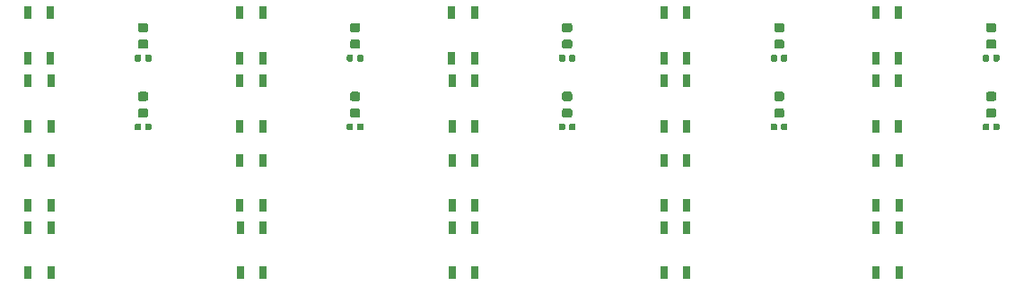
<source format=gbr>
G04 #@! TF.GenerationSoftware,KiCad,Pcbnew,(5.1.4)-1*
G04 #@! TF.CreationDate,2023-01-28T22:22:51+01:00*
G04 #@! TF.ProjectId,REG1-Front-Universal - Kopie,52454731-2d46-4726-9f6e-742d556e6976,V00.01*
G04 #@! TF.SameCoordinates,Original*
G04 #@! TF.FileFunction,Paste,Top*
G04 #@! TF.FilePolarity,Positive*
%FSLAX46Y46*%
G04 Gerber Fmt 4.6, Leading zero omitted, Abs format (unit mm)*
G04 Created by KiCad (PCBNEW (5.1.4)-1) date 2023-01-28 22:22:51*
%MOMM*%
%LPD*%
G04 APERTURE LIST*
%ADD10R,0.650000X1.200000*%
%ADD11C,0.100000*%
%ADD12C,0.875000*%
%ADD13C,0.590000*%
G04 APERTURE END LIST*
D10*
X182785000Y-126310000D03*
X180635000Y-126310000D03*
X182785000Y-122010000D03*
X180635000Y-122010000D03*
X162785000Y-126310000D03*
X160635000Y-126310000D03*
X162785000Y-122010000D03*
X160635000Y-122010000D03*
X142785000Y-126310000D03*
X140635000Y-126310000D03*
X142785000Y-122010000D03*
X140635000Y-122010000D03*
X122785000Y-126310000D03*
X120635000Y-126310000D03*
X122785000Y-122010000D03*
X120635000Y-122010000D03*
X182800000Y-140125000D03*
X180650000Y-140125000D03*
X182800000Y-135825000D03*
X180650000Y-135825000D03*
X162800000Y-140125000D03*
X160650000Y-140125000D03*
X162800000Y-135825000D03*
X160650000Y-135825000D03*
X142800000Y-140125000D03*
X140650000Y-140125000D03*
X142800000Y-135825000D03*
X140650000Y-135825000D03*
X122800000Y-140125000D03*
X120650000Y-140125000D03*
X122800000Y-135825000D03*
X120650000Y-135825000D03*
D11*
G36*
X191777691Y-118101053D02*
G01*
X191798926Y-118104203D01*
X191819750Y-118109419D01*
X191839962Y-118116651D01*
X191859368Y-118125830D01*
X191877781Y-118136866D01*
X191895024Y-118149654D01*
X191910930Y-118164070D01*
X191925346Y-118179976D01*
X191938134Y-118197219D01*
X191949170Y-118215632D01*
X191958349Y-118235038D01*
X191965581Y-118255250D01*
X191970797Y-118276074D01*
X191973947Y-118297309D01*
X191975000Y-118318750D01*
X191975000Y-118756250D01*
X191973947Y-118777691D01*
X191970797Y-118798926D01*
X191965581Y-118819750D01*
X191958349Y-118839962D01*
X191949170Y-118859368D01*
X191938134Y-118877781D01*
X191925346Y-118895024D01*
X191910930Y-118910930D01*
X191895024Y-118925346D01*
X191877781Y-118938134D01*
X191859368Y-118949170D01*
X191839962Y-118958349D01*
X191819750Y-118965581D01*
X191798926Y-118970797D01*
X191777691Y-118973947D01*
X191756250Y-118975000D01*
X191243750Y-118975000D01*
X191222309Y-118973947D01*
X191201074Y-118970797D01*
X191180250Y-118965581D01*
X191160038Y-118958349D01*
X191140632Y-118949170D01*
X191122219Y-118938134D01*
X191104976Y-118925346D01*
X191089070Y-118910930D01*
X191074654Y-118895024D01*
X191061866Y-118877781D01*
X191050830Y-118859368D01*
X191041651Y-118839962D01*
X191034419Y-118819750D01*
X191029203Y-118798926D01*
X191026053Y-118777691D01*
X191025000Y-118756250D01*
X191025000Y-118318750D01*
X191026053Y-118297309D01*
X191029203Y-118276074D01*
X191034419Y-118255250D01*
X191041651Y-118235038D01*
X191050830Y-118215632D01*
X191061866Y-118197219D01*
X191074654Y-118179976D01*
X191089070Y-118164070D01*
X191104976Y-118149654D01*
X191122219Y-118136866D01*
X191140632Y-118125830D01*
X191160038Y-118116651D01*
X191180250Y-118109419D01*
X191201074Y-118104203D01*
X191222309Y-118101053D01*
X191243750Y-118100000D01*
X191756250Y-118100000D01*
X191777691Y-118101053D01*
X191777691Y-118101053D01*
G37*
D12*
X191500000Y-118537500D03*
D11*
G36*
X191777691Y-116526053D02*
G01*
X191798926Y-116529203D01*
X191819750Y-116534419D01*
X191839962Y-116541651D01*
X191859368Y-116550830D01*
X191877781Y-116561866D01*
X191895024Y-116574654D01*
X191910930Y-116589070D01*
X191925346Y-116604976D01*
X191938134Y-116622219D01*
X191949170Y-116640632D01*
X191958349Y-116660038D01*
X191965581Y-116680250D01*
X191970797Y-116701074D01*
X191973947Y-116722309D01*
X191975000Y-116743750D01*
X191975000Y-117181250D01*
X191973947Y-117202691D01*
X191970797Y-117223926D01*
X191965581Y-117244750D01*
X191958349Y-117264962D01*
X191949170Y-117284368D01*
X191938134Y-117302781D01*
X191925346Y-117320024D01*
X191910930Y-117335930D01*
X191895024Y-117350346D01*
X191877781Y-117363134D01*
X191859368Y-117374170D01*
X191839962Y-117383349D01*
X191819750Y-117390581D01*
X191798926Y-117395797D01*
X191777691Y-117398947D01*
X191756250Y-117400000D01*
X191243750Y-117400000D01*
X191222309Y-117398947D01*
X191201074Y-117395797D01*
X191180250Y-117390581D01*
X191160038Y-117383349D01*
X191140632Y-117374170D01*
X191122219Y-117363134D01*
X191104976Y-117350346D01*
X191089070Y-117335930D01*
X191074654Y-117320024D01*
X191061866Y-117302781D01*
X191050830Y-117284368D01*
X191041651Y-117264962D01*
X191034419Y-117244750D01*
X191029203Y-117223926D01*
X191026053Y-117202691D01*
X191025000Y-117181250D01*
X191025000Y-116743750D01*
X191026053Y-116722309D01*
X191029203Y-116701074D01*
X191034419Y-116680250D01*
X191041651Y-116660038D01*
X191050830Y-116640632D01*
X191061866Y-116622219D01*
X191074654Y-116604976D01*
X191089070Y-116589070D01*
X191104976Y-116574654D01*
X191122219Y-116561866D01*
X191140632Y-116550830D01*
X191160038Y-116541651D01*
X191180250Y-116534419D01*
X191201074Y-116529203D01*
X191222309Y-116526053D01*
X191243750Y-116525000D01*
X191756250Y-116525000D01*
X191777691Y-116526053D01*
X191777691Y-116526053D01*
G37*
D12*
X191500000Y-116962500D03*
D11*
G36*
X171777691Y-118101053D02*
G01*
X171798926Y-118104203D01*
X171819750Y-118109419D01*
X171839962Y-118116651D01*
X171859368Y-118125830D01*
X171877781Y-118136866D01*
X171895024Y-118149654D01*
X171910930Y-118164070D01*
X171925346Y-118179976D01*
X171938134Y-118197219D01*
X171949170Y-118215632D01*
X171958349Y-118235038D01*
X171965581Y-118255250D01*
X171970797Y-118276074D01*
X171973947Y-118297309D01*
X171975000Y-118318750D01*
X171975000Y-118756250D01*
X171973947Y-118777691D01*
X171970797Y-118798926D01*
X171965581Y-118819750D01*
X171958349Y-118839962D01*
X171949170Y-118859368D01*
X171938134Y-118877781D01*
X171925346Y-118895024D01*
X171910930Y-118910930D01*
X171895024Y-118925346D01*
X171877781Y-118938134D01*
X171859368Y-118949170D01*
X171839962Y-118958349D01*
X171819750Y-118965581D01*
X171798926Y-118970797D01*
X171777691Y-118973947D01*
X171756250Y-118975000D01*
X171243750Y-118975000D01*
X171222309Y-118973947D01*
X171201074Y-118970797D01*
X171180250Y-118965581D01*
X171160038Y-118958349D01*
X171140632Y-118949170D01*
X171122219Y-118938134D01*
X171104976Y-118925346D01*
X171089070Y-118910930D01*
X171074654Y-118895024D01*
X171061866Y-118877781D01*
X171050830Y-118859368D01*
X171041651Y-118839962D01*
X171034419Y-118819750D01*
X171029203Y-118798926D01*
X171026053Y-118777691D01*
X171025000Y-118756250D01*
X171025000Y-118318750D01*
X171026053Y-118297309D01*
X171029203Y-118276074D01*
X171034419Y-118255250D01*
X171041651Y-118235038D01*
X171050830Y-118215632D01*
X171061866Y-118197219D01*
X171074654Y-118179976D01*
X171089070Y-118164070D01*
X171104976Y-118149654D01*
X171122219Y-118136866D01*
X171140632Y-118125830D01*
X171160038Y-118116651D01*
X171180250Y-118109419D01*
X171201074Y-118104203D01*
X171222309Y-118101053D01*
X171243750Y-118100000D01*
X171756250Y-118100000D01*
X171777691Y-118101053D01*
X171777691Y-118101053D01*
G37*
D12*
X171500000Y-118537500D03*
D11*
G36*
X171777691Y-116526053D02*
G01*
X171798926Y-116529203D01*
X171819750Y-116534419D01*
X171839962Y-116541651D01*
X171859368Y-116550830D01*
X171877781Y-116561866D01*
X171895024Y-116574654D01*
X171910930Y-116589070D01*
X171925346Y-116604976D01*
X171938134Y-116622219D01*
X171949170Y-116640632D01*
X171958349Y-116660038D01*
X171965581Y-116680250D01*
X171970797Y-116701074D01*
X171973947Y-116722309D01*
X171975000Y-116743750D01*
X171975000Y-117181250D01*
X171973947Y-117202691D01*
X171970797Y-117223926D01*
X171965581Y-117244750D01*
X171958349Y-117264962D01*
X171949170Y-117284368D01*
X171938134Y-117302781D01*
X171925346Y-117320024D01*
X171910930Y-117335930D01*
X171895024Y-117350346D01*
X171877781Y-117363134D01*
X171859368Y-117374170D01*
X171839962Y-117383349D01*
X171819750Y-117390581D01*
X171798926Y-117395797D01*
X171777691Y-117398947D01*
X171756250Y-117400000D01*
X171243750Y-117400000D01*
X171222309Y-117398947D01*
X171201074Y-117395797D01*
X171180250Y-117390581D01*
X171160038Y-117383349D01*
X171140632Y-117374170D01*
X171122219Y-117363134D01*
X171104976Y-117350346D01*
X171089070Y-117335930D01*
X171074654Y-117320024D01*
X171061866Y-117302781D01*
X171050830Y-117284368D01*
X171041651Y-117264962D01*
X171034419Y-117244750D01*
X171029203Y-117223926D01*
X171026053Y-117202691D01*
X171025000Y-117181250D01*
X171025000Y-116743750D01*
X171026053Y-116722309D01*
X171029203Y-116701074D01*
X171034419Y-116680250D01*
X171041651Y-116660038D01*
X171050830Y-116640632D01*
X171061866Y-116622219D01*
X171074654Y-116604976D01*
X171089070Y-116589070D01*
X171104976Y-116574654D01*
X171122219Y-116561866D01*
X171140632Y-116550830D01*
X171160038Y-116541651D01*
X171180250Y-116534419D01*
X171201074Y-116529203D01*
X171222309Y-116526053D01*
X171243750Y-116525000D01*
X171756250Y-116525000D01*
X171777691Y-116526053D01*
X171777691Y-116526053D01*
G37*
D12*
X171500000Y-116962500D03*
D11*
G36*
X151777691Y-118101053D02*
G01*
X151798926Y-118104203D01*
X151819750Y-118109419D01*
X151839962Y-118116651D01*
X151859368Y-118125830D01*
X151877781Y-118136866D01*
X151895024Y-118149654D01*
X151910930Y-118164070D01*
X151925346Y-118179976D01*
X151938134Y-118197219D01*
X151949170Y-118215632D01*
X151958349Y-118235038D01*
X151965581Y-118255250D01*
X151970797Y-118276074D01*
X151973947Y-118297309D01*
X151975000Y-118318750D01*
X151975000Y-118756250D01*
X151973947Y-118777691D01*
X151970797Y-118798926D01*
X151965581Y-118819750D01*
X151958349Y-118839962D01*
X151949170Y-118859368D01*
X151938134Y-118877781D01*
X151925346Y-118895024D01*
X151910930Y-118910930D01*
X151895024Y-118925346D01*
X151877781Y-118938134D01*
X151859368Y-118949170D01*
X151839962Y-118958349D01*
X151819750Y-118965581D01*
X151798926Y-118970797D01*
X151777691Y-118973947D01*
X151756250Y-118975000D01*
X151243750Y-118975000D01*
X151222309Y-118973947D01*
X151201074Y-118970797D01*
X151180250Y-118965581D01*
X151160038Y-118958349D01*
X151140632Y-118949170D01*
X151122219Y-118938134D01*
X151104976Y-118925346D01*
X151089070Y-118910930D01*
X151074654Y-118895024D01*
X151061866Y-118877781D01*
X151050830Y-118859368D01*
X151041651Y-118839962D01*
X151034419Y-118819750D01*
X151029203Y-118798926D01*
X151026053Y-118777691D01*
X151025000Y-118756250D01*
X151025000Y-118318750D01*
X151026053Y-118297309D01*
X151029203Y-118276074D01*
X151034419Y-118255250D01*
X151041651Y-118235038D01*
X151050830Y-118215632D01*
X151061866Y-118197219D01*
X151074654Y-118179976D01*
X151089070Y-118164070D01*
X151104976Y-118149654D01*
X151122219Y-118136866D01*
X151140632Y-118125830D01*
X151160038Y-118116651D01*
X151180250Y-118109419D01*
X151201074Y-118104203D01*
X151222309Y-118101053D01*
X151243750Y-118100000D01*
X151756250Y-118100000D01*
X151777691Y-118101053D01*
X151777691Y-118101053D01*
G37*
D12*
X151500000Y-118537500D03*
D11*
G36*
X151777691Y-116526053D02*
G01*
X151798926Y-116529203D01*
X151819750Y-116534419D01*
X151839962Y-116541651D01*
X151859368Y-116550830D01*
X151877781Y-116561866D01*
X151895024Y-116574654D01*
X151910930Y-116589070D01*
X151925346Y-116604976D01*
X151938134Y-116622219D01*
X151949170Y-116640632D01*
X151958349Y-116660038D01*
X151965581Y-116680250D01*
X151970797Y-116701074D01*
X151973947Y-116722309D01*
X151975000Y-116743750D01*
X151975000Y-117181250D01*
X151973947Y-117202691D01*
X151970797Y-117223926D01*
X151965581Y-117244750D01*
X151958349Y-117264962D01*
X151949170Y-117284368D01*
X151938134Y-117302781D01*
X151925346Y-117320024D01*
X151910930Y-117335930D01*
X151895024Y-117350346D01*
X151877781Y-117363134D01*
X151859368Y-117374170D01*
X151839962Y-117383349D01*
X151819750Y-117390581D01*
X151798926Y-117395797D01*
X151777691Y-117398947D01*
X151756250Y-117400000D01*
X151243750Y-117400000D01*
X151222309Y-117398947D01*
X151201074Y-117395797D01*
X151180250Y-117390581D01*
X151160038Y-117383349D01*
X151140632Y-117374170D01*
X151122219Y-117363134D01*
X151104976Y-117350346D01*
X151089070Y-117335930D01*
X151074654Y-117320024D01*
X151061866Y-117302781D01*
X151050830Y-117284368D01*
X151041651Y-117264962D01*
X151034419Y-117244750D01*
X151029203Y-117223926D01*
X151026053Y-117202691D01*
X151025000Y-117181250D01*
X151025000Y-116743750D01*
X151026053Y-116722309D01*
X151029203Y-116701074D01*
X151034419Y-116680250D01*
X151041651Y-116660038D01*
X151050830Y-116640632D01*
X151061866Y-116622219D01*
X151074654Y-116604976D01*
X151089070Y-116589070D01*
X151104976Y-116574654D01*
X151122219Y-116561866D01*
X151140632Y-116550830D01*
X151160038Y-116541651D01*
X151180250Y-116534419D01*
X151201074Y-116529203D01*
X151222309Y-116526053D01*
X151243750Y-116525000D01*
X151756250Y-116525000D01*
X151777691Y-116526053D01*
X151777691Y-116526053D01*
G37*
D12*
X151500000Y-116962500D03*
D11*
G36*
X131777691Y-118101053D02*
G01*
X131798926Y-118104203D01*
X131819750Y-118109419D01*
X131839962Y-118116651D01*
X131859368Y-118125830D01*
X131877781Y-118136866D01*
X131895024Y-118149654D01*
X131910930Y-118164070D01*
X131925346Y-118179976D01*
X131938134Y-118197219D01*
X131949170Y-118215632D01*
X131958349Y-118235038D01*
X131965581Y-118255250D01*
X131970797Y-118276074D01*
X131973947Y-118297309D01*
X131975000Y-118318750D01*
X131975000Y-118756250D01*
X131973947Y-118777691D01*
X131970797Y-118798926D01*
X131965581Y-118819750D01*
X131958349Y-118839962D01*
X131949170Y-118859368D01*
X131938134Y-118877781D01*
X131925346Y-118895024D01*
X131910930Y-118910930D01*
X131895024Y-118925346D01*
X131877781Y-118938134D01*
X131859368Y-118949170D01*
X131839962Y-118958349D01*
X131819750Y-118965581D01*
X131798926Y-118970797D01*
X131777691Y-118973947D01*
X131756250Y-118975000D01*
X131243750Y-118975000D01*
X131222309Y-118973947D01*
X131201074Y-118970797D01*
X131180250Y-118965581D01*
X131160038Y-118958349D01*
X131140632Y-118949170D01*
X131122219Y-118938134D01*
X131104976Y-118925346D01*
X131089070Y-118910930D01*
X131074654Y-118895024D01*
X131061866Y-118877781D01*
X131050830Y-118859368D01*
X131041651Y-118839962D01*
X131034419Y-118819750D01*
X131029203Y-118798926D01*
X131026053Y-118777691D01*
X131025000Y-118756250D01*
X131025000Y-118318750D01*
X131026053Y-118297309D01*
X131029203Y-118276074D01*
X131034419Y-118255250D01*
X131041651Y-118235038D01*
X131050830Y-118215632D01*
X131061866Y-118197219D01*
X131074654Y-118179976D01*
X131089070Y-118164070D01*
X131104976Y-118149654D01*
X131122219Y-118136866D01*
X131140632Y-118125830D01*
X131160038Y-118116651D01*
X131180250Y-118109419D01*
X131201074Y-118104203D01*
X131222309Y-118101053D01*
X131243750Y-118100000D01*
X131756250Y-118100000D01*
X131777691Y-118101053D01*
X131777691Y-118101053D01*
G37*
D12*
X131500000Y-118537500D03*
D11*
G36*
X131777691Y-116526053D02*
G01*
X131798926Y-116529203D01*
X131819750Y-116534419D01*
X131839962Y-116541651D01*
X131859368Y-116550830D01*
X131877781Y-116561866D01*
X131895024Y-116574654D01*
X131910930Y-116589070D01*
X131925346Y-116604976D01*
X131938134Y-116622219D01*
X131949170Y-116640632D01*
X131958349Y-116660038D01*
X131965581Y-116680250D01*
X131970797Y-116701074D01*
X131973947Y-116722309D01*
X131975000Y-116743750D01*
X131975000Y-117181250D01*
X131973947Y-117202691D01*
X131970797Y-117223926D01*
X131965581Y-117244750D01*
X131958349Y-117264962D01*
X131949170Y-117284368D01*
X131938134Y-117302781D01*
X131925346Y-117320024D01*
X131910930Y-117335930D01*
X131895024Y-117350346D01*
X131877781Y-117363134D01*
X131859368Y-117374170D01*
X131839962Y-117383349D01*
X131819750Y-117390581D01*
X131798926Y-117395797D01*
X131777691Y-117398947D01*
X131756250Y-117400000D01*
X131243750Y-117400000D01*
X131222309Y-117398947D01*
X131201074Y-117395797D01*
X131180250Y-117390581D01*
X131160038Y-117383349D01*
X131140632Y-117374170D01*
X131122219Y-117363134D01*
X131104976Y-117350346D01*
X131089070Y-117335930D01*
X131074654Y-117320024D01*
X131061866Y-117302781D01*
X131050830Y-117284368D01*
X131041651Y-117264962D01*
X131034419Y-117244750D01*
X131029203Y-117223926D01*
X131026053Y-117202691D01*
X131025000Y-117181250D01*
X131025000Y-116743750D01*
X131026053Y-116722309D01*
X131029203Y-116701074D01*
X131034419Y-116680250D01*
X131041651Y-116660038D01*
X131050830Y-116640632D01*
X131061866Y-116622219D01*
X131074654Y-116604976D01*
X131089070Y-116589070D01*
X131104976Y-116574654D01*
X131122219Y-116561866D01*
X131140632Y-116550830D01*
X131160038Y-116541651D01*
X131180250Y-116534419D01*
X131201074Y-116529203D01*
X131222309Y-116526053D01*
X131243750Y-116525000D01*
X131756250Y-116525000D01*
X131777691Y-116526053D01*
X131777691Y-116526053D01*
G37*
D12*
X131500000Y-116962500D03*
D11*
G36*
X191777691Y-124601053D02*
G01*
X191798926Y-124604203D01*
X191819750Y-124609419D01*
X191839962Y-124616651D01*
X191859368Y-124625830D01*
X191877781Y-124636866D01*
X191895024Y-124649654D01*
X191910930Y-124664070D01*
X191925346Y-124679976D01*
X191938134Y-124697219D01*
X191949170Y-124715632D01*
X191958349Y-124735038D01*
X191965581Y-124755250D01*
X191970797Y-124776074D01*
X191973947Y-124797309D01*
X191975000Y-124818750D01*
X191975000Y-125256250D01*
X191973947Y-125277691D01*
X191970797Y-125298926D01*
X191965581Y-125319750D01*
X191958349Y-125339962D01*
X191949170Y-125359368D01*
X191938134Y-125377781D01*
X191925346Y-125395024D01*
X191910930Y-125410930D01*
X191895024Y-125425346D01*
X191877781Y-125438134D01*
X191859368Y-125449170D01*
X191839962Y-125458349D01*
X191819750Y-125465581D01*
X191798926Y-125470797D01*
X191777691Y-125473947D01*
X191756250Y-125475000D01*
X191243750Y-125475000D01*
X191222309Y-125473947D01*
X191201074Y-125470797D01*
X191180250Y-125465581D01*
X191160038Y-125458349D01*
X191140632Y-125449170D01*
X191122219Y-125438134D01*
X191104976Y-125425346D01*
X191089070Y-125410930D01*
X191074654Y-125395024D01*
X191061866Y-125377781D01*
X191050830Y-125359368D01*
X191041651Y-125339962D01*
X191034419Y-125319750D01*
X191029203Y-125298926D01*
X191026053Y-125277691D01*
X191025000Y-125256250D01*
X191025000Y-124818750D01*
X191026053Y-124797309D01*
X191029203Y-124776074D01*
X191034419Y-124755250D01*
X191041651Y-124735038D01*
X191050830Y-124715632D01*
X191061866Y-124697219D01*
X191074654Y-124679976D01*
X191089070Y-124664070D01*
X191104976Y-124649654D01*
X191122219Y-124636866D01*
X191140632Y-124625830D01*
X191160038Y-124616651D01*
X191180250Y-124609419D01*
X191201074Y-124604203D01*
X191222309Y-124601053D01*
X191243750Y-124600000D01*
X191756250Y-124600000D01*
X191777691Y-124601053D01*
X191777691Y-124601053D01*
G37*
D12*
X191500000Y-125037500D03*
D11*
G36*
X191777691Y-123026053D02*
G01*
X191798926Y-123029203D01*
X191819750Y-123034419D01*
X191839962Y-123041651D01*
X191859368Y-123050830D01*
X191877781Y-123061866D01*
X191895024Y-123074654D01*
X191910930Y-123089070D01*
X191925346Y-123104976D01*
X191938134Y-123122219D01*
X191949170Y-123140632D01*
X191958349Y-123160038D01*
X191965581Y-123180250D01*
X191970797Y-123201074D01*
X191973947Y-123222309D01*
X191975000Y-123243750D01*
X191975000Y-123681250D01*
X191973947Y-123702691D01*
X191970797Y-123723926D01*
X191965581Y-123744750D01*
X191958349Y-123764962D01*
X191949170Y-123784368D01*
X191938134Y-123802781D01*
X191925346Y-123820024D01*
X191910930Y-123835930D01*
X191895024Y-123850346D01*
X191877781Y-123863134D01*
X191859368Y-123874170D01*
X191839962Y-123883349D01*
X191819750Y-123890581D01*
X191798926Y-123895797D01*
X191777691Y-123898947D01*
X191756250Y-123900000D01*
X191243750Y-123900000D01*
X191222309Y-123898947D01*
X191201074Y-123895797D01*
X191180250Y-123890581D01*
X191160038Y-123883349D01*
X191140632Y-123874170D01*
X191122219Y-123863134D01*
X191104976Y-123850346D01*
X191089070Y-123835930D01*
X191074654Y-123820024D01*
X191061866Y-123802781D01*
X191050830Y-123784368D01*
X191041651Y-123764962D01*
X191034419Y-123744750D01*
X191029203Y-123723926D01*
X191026053Y-123702691D01*
X191025000Y-123681250D01*
X191025000Y-123243750D01*
X191026053Y-123222309D01*
X191029203Y-123201074D01*
X191034419Y-123180250D01*
X191041651Y-123160038D01*
X191050830Y-123140632D01*
X191061866Y-123122219D01*
X191074654Y-123104976D01*
X191089070Y-123089070D01*
X191104976Y-123074654D01*
X191122219Y-123061866D01*
X191140632Y-123050830D01*
X191160038Y-123041651D01*
X191180250Y-123034419D01*
X191201074Y-123029203D01*
X191222309Y-123026053D01*
X191243750Y-123025000D01*
X191756250Y-123025000D01*
X191777691Y-123026053D01*
X191777691Y-123026053D01*
G37*
D12*
X191500000Y-123462500D03*
D11*
G36*
X171777691Y-124601053D02*
G01*
X171798926Y-124604203D01*
X171819750Y-124609419D01*
X171839962Y-124616651D01*
X171859368Y-124625830D01*
X171877781Y-124636866D01*
X171895024Y-124649654D01*
X171910930Y-124664070D01*
X171925346Y-124679976D01*
X171938134Y-124697219D01*
X171949170Y-124715632D01*
X171958349Y-124735038D01*
X171965581Y-124755250D01*
X171970797Y-124776074D01*
X171973947Y-124797309D01*
X171975000Y-124818750D01*
X171975000Y-125256250D01*
X171973947Y-125277691D01*
X171970797Y-125298926D01*
X171965581Y-125319750D01*
X171958349Y-125339962D01*
X171949170Y-125359368D01*
X171938134Y-125377781D01*
X171925346Y-125395024D01*
X171910930Y-125410930D01*
X171895024Y-125425346D01*
X171877781Y-125438134D01*
X171859368Y-125449170D01*
X171839962Y-125458349D01*
X171819750Y-125465581D01*
X171798926Y-125470797D01*
X171777691Y-125473947D01*
X171756250Y-125475000D01*
X171243750Y-125475000D01*
X171222309Y-125473947D01*
X171201074Y-125470797D01*
X171180250Y-125465581D01*
X171160038Y-125458349D01*
X171140632Y-125449170D01*
X171122219Y-125438134D01*
X171104976Y-125425346D01*
X171089070Y-125410930D01*
X171074654Y-125395024D01*
X171061866Y-125377781D01*
X171050830Y-125359368D01*
X171041651Y-125339962D01*
X171034419Y-125319750D01*
X171029203Y-125298926D01*
X171026053Y-125277691D01*
X171025000Y-125256250D01*
X171025000Y-124818750D01*
X171026053Y-124797309D01*
X171029203Y-124776074D01*
X171034419Y-124755250D01*
X171041651Y-124735038D01*
X171050830Y-124715632D01*
X171061866Y-124697219D01*
X171074654Y-124679976D01*
X171089070Y-124664070D01*
X171104976Y-124649654D01*
X171122219Y-124636866D01*
X171140632Y-124625830D01*
X171160038Y-124616651D01*
X171180250Y-124609419D01*
X171201074Y-124604203D01*
X171222309Y-124601053D01*
X171243750Y-124600000D01*
X171756250Y-124600000D01*
X171777691Y-124601053D01*
X171777691Y-124601053D01*
G37*
D12*
X171500000Y-125037500D03*
D11*
G36*
X171777691Y-123026053D02*
G01*
X171798926Y-123029203D01*
X171819750Y-123034419D01*
X171839962Y-123041651D01*
X171859368Y-123050830D01*
X171877781Y-123061866D01*
X171895024Y-123074654D01*
X171910930Y-123089070D01*
X171925346Y-123104976D01*
X171938134Y-123122219D01*
X171949170Y-123140632D01*
X171958349Y-123160038D01*
X171965581Y-123180250D01*
X171970797Y-123201074D01*
X171973947Y-123222309D01*
X171975000Y-123243750D01*
X171975000Y-123681250D01*
X171973947Y-123702691D01*
X171970797Y-123723926D01*
X171965581Y-123744750D01*
X171958349Y-123764962D01*
X171949170Y-123784368D01*
X171938134Y-123802781D01*
X171925346Y-123820024D01*
X171910930Y-123835930D01*
X171895024Y-123850346D01*
X171877781Y-123863134D01*
X171859368Y-123874170D01*
X171839962Y-123883349D01*
X171819750Y-123890581D01*
X171798926Y-123895797D01*
X171777691Y-123898947D01*
X171756250Y-123900000D01*
X171243750Y-123900000D01*
X171222309Y-123898947D01*
X171201074Y-123895797D01*
X171180250Y-123890581D01*
X171160038Y-123883349D01*
X171140632Y-123874170D01*
X171122219Y-123863134D01*
X171104976Y-123850346D01*
X171089070Y-123835930D01*
X171074654Y-123820024D01*
X171061866Y-123802781D01*
X171050830Y-123784368D01*
X171041651Y-123764962D01*
X171034419Y-123744750D01*
X171029203Y-123723926D01*
X171026053Y-123702691D01*
X171025000Y-123681250D01*
X171025000Y-123243750D01*
X171026053Y-123222309D01*
X171029203Y-123201074D01*
X171034419Y-123180250D01*
X171041651Y-123160038D01*
X171050830Y-123140632D01*
X171061866Y-123122219D01*
X171074654Y-123104976D01*
X171089070Y-123089070D01*
X171104976Y-123074654D01*
X171122219Y-123061866D01*
X171140632Y-123050830D01*
X171160038Y-123041651D01*
X171180250Y-123034419D01*
X171201074Y-123029203D01*
X171222309Y-123026053D01*
X171243750Y-123025000D01*
X171756250Y-123025000D01*
X171777691Y-123026053D01*
X171777691Y-123026053D01*
G37*
D12*
X171500000Y-123462500D03*
D11*
G36*
X151777691Y-124601053D02*
G01*
X151798926Y-124604203D01*
X151819750Y-124609419D01*
X151839962Y-124616651D01*
X151859368Y-124625830D01*
X151877781Y-124636866D01*
X151895024Y-124649654D01*
X151910930Y-124664070D01*
X151925346Y-124679976D01*
X151938134Y-124697219D01*
X151949170Y-124715632D01*
X151958349Y-124735038D01*
X151965581Y-124755250D01*
X151970797Y-124776074D01*
X151973947Y-124797309D01*
X151975000Y-124818750D01*
X151975000Y-125256250D01*
X151973947Y-125277691D01*
X151970797Y-125298926D01*
X151965581Y-125319750D01*
X151958349Y-125339962D01*
X151949170Y-125359368D01*
X151938134Y-125377781D01*
X151925346Y-125395024D01*
X151910930Y-125410930D01*
X151895024Y-125425346D01*
X151877781Y-125438134D01*
X151859368Y-125449170D01*
X151839962Y-125458349D01*
X151819750Y-125465581D01*
X151798926Y-125470797D01*
X151777691Y-125473947D01*
X151756250Y-125475000D01*
X151243750Y-125475000D01*
X151222309Y-125473947D01*
X151201074Y-125470797D01*
X151180250Y-125465581D01*
X151160038Y-125458349D01*
X151140632Y-125449170D01*
X151122219Y-125438134D01*
X151104976Y-125425346D01*
X151089070Y-125410930D01*
X151074654Y-125395024D01*
X151061866Y-125377781D01*
X151050830Y-125359368D01*
X151041651Y-125339962D01*
X151034419Y-125319750D01*
X151029203Y-125298926D01*
X151026053Y-125277691D01*
X151025000Y-125256250D01*
X151025000Y-124818750D01*
X151026053Y-124797309D01*
X151029203Y-124776074D01*
X151034419Y-124755250D01*
X151041651Y-124735038D01*
X151050830Y-124715632D01*
X151061866Y-124697219D01*
X151074654Y-124679976D01*
X151089070Y-124664070D01*
X151104976Y-124649654D01*
X151122219Y-124636866D01*
X151140632Y-124625830D01*
X151160038Y-124616651D01*
X151180250Y-124609419D01*
X151201074Y-124604203D01*
X151222309Y-124601053D01*
X151243750Y-124600000D01*
X151756250Y-124600000D01*
X151777691Y-124601053D01*
X151777691Y-124601053D01*
G37*
D12*
X151500000Y-125037500D03*
D11*
G36*
X151777691Y-123026053D02*
G01*
X151798926Y-123029203D01*
X151819750Y-123034419D01*
X151839962Y-123041651D01*
X151859368Y-123050830D01*
X151877781Y-123061866D01*
X151895024Y-123074654D01*
X151910930Y-123089070D01*
X151925346Y-123104976D01*
X151938134Y-123122219D01*
X151949170Y-123140632D01*
X151958349Y-123160038D01*
X151965581Y-123180250D01*
X151970797Y-123201074D01*
X151973947Y-123222309D01*
X151975000Y-123243750D01*
X151975000Y-123681250D01*
X151973947Y-123702691D01*
X151970797Y-123723926D01*
X151965581Y-123744750D01*
X151958349Y-123764962D01*
X151949170Y-123784368D01*
X151938134Y-123802781D01*
X151925346Y-123820024D01*
X151910930Y-123835930D01*
X151895024Y-123850346D01*
X151877781Y-123863134D01*
X151859368Y-123874170D01*
X151839962Y-123883349D01*
X151819750Y-123890581D01*
X151798926Y-123895797D01*
X151777691Y-123898947D01*
X151756250Y-123900000D01*
X151243750Y-123900000D01*
X151222309Y-123898947D01*
X151201074Y-123895797D01*
X151180250Y-123890581D01*
X151160038Y-123883349D01*
X151140632Y-123874170D01*
X151122219Y-123863134D01*
X151104976Y-123850346D01*
X151089070Y-123835930D01*
X151074654Y-123820024D01*
X151061866Y-123802781D01*
X151050830Y-123784368D01*
X151041651Y-123764962D01*
X151034419Y-123744750D01*
X151029203Y-123723926D01*
X151026053Y-123702691D01*
X151025000Y-123681250D01*
X151025000Y-123243750D01*
X151026053Y-123222309D01*
X151029203Y-123201074D01*
X151034419Y-123180250D01*
X151041651Y-123160038D01*
X151050830Y-123140632D01*
X151061866Y-123122219D01*
X151074654Y-123104976D01*
X151089070Y-123089070D01*
X151104976Y-123074654D01*
X151122219Y-123061866D01*
X151140632Y-123050830D01*
X151160038Y-123041651D01*
X151180250Y-123034419D01*
X151201074Y-123029203D01*
X151222309Y-123026053D01*
X151243750Y-123025000D01*
X151756250Y-123025000D01*
X151777691Y-123026053D01*
X151777691Y-123026053D01*
G37*
D12*
X151500000Y-123462500D03*
D11*
G36*
X131777691Y-124601053D02*
G01*
X131798926Y-124604203D01*
X131819750Y-124609419D01*
X131839962Y-124616651D01*
X131859368Y-124625830D01*
X131877781Y-124636866D01*
X131895024Y-124649654D01*
X131910930Y-124664070D01*
X131925346Y-124679976D01*
X131938134Y-124697219D01*
X131949170Y-124715632D01*
X131958349Y-124735038D01*
X131965581Y-124755250D01*
X131970797Y-124776074D01*
X131973947Y-124797309D01*
X131975000Y-124818750D01*
X131975000Y-125256250D01*
X131973947Y-125277691D01*
X131970797Y-125298926D01*
X131965581Y-125319750D01*
X131958349Y-125339962D01*
X131949170Y-125359368D01*
X131938134Y-125377781D01*
X131925346Y-125395024D01*
X131910930Y-125410930D01*
X131895024Y-125425346D01*
X131877781Y-125438134D01*
X131859368Y-125449170D01*
X131839962Y-125458349D01*
X131819750Y-125465581D01*
X131798926Y-125470797D01*
X131777691Y-125473947D01*
X131756250Y-125475000D01*
X131243750Y-125475000D01*
X131222309Y-125473947D01*
X131201074Y-125470797D01*
X131180250Y-125465581D01*
X131160038Y-125458349D01*
X131140632Y-125449170D01*
X131122219Y-125438134D01*
X131104976Y-125425346D01*
X131089070Y-125410930D01*
X131074654Y-125395024D01*
X131061866Y-125377781D01*
X131050830Y-125359368D01*
X131041651Y-125339962D01*
X131034419Y-125319750D01*
X131029203Y-125298926D01*
X131026053Y-125277691D01*
X131025000Y-125256250D01*
X131025000Y-124818750D01*
X131026053Y-124797309D01*
X131029203Y-124776074D01*
X131034419Y-124755250D01*
X131041651Y-124735038D01*
X131050830Y-124715632D01*
X131061866Y-124697219D01*
X131074654Y-124679976D01*
X131089070Y-124664070D01*
X131104976Y-124649654D01*
X131122219Y-124636866D01*
X131140632Y-124625830D01*
X131160038Y-124616651D01*
X131180250Y-124609419D01*
X131201074Y-124604203D01*
X131222309Y-124601053D01*
X131243750Y-124600000D01*
X131756250Y-124600000D01*
X131777691Y-124601053D01*
X131777691Y-124601053D01*
G37*
D12*
X131500000Y-125037500D03*
D11*
G36*
X131777691Y-123026053D02*
G01*
X131798926Y-123029203D01*
X131819750Y-123034419D01*
X131839962Y-123041651D01*
X131859368Y-123050830D01*
X131877781Y-123061866D01*
X131895024Y-123074654D01*
X131910930Y-123089070D01*
X131925346Y-123104976D01*
X131938134Y-123122219D01*
X131949170Y-123140632D01*
X131958349Y-123160038D01*
X131965581Y-123180250D01*
X131970797Y-123201074D01*
X131973947Y-123222309D01*
X131975000Y-123243750D01*
X131975000Y-123681250D01*
X131973947Y-123702691D01*
X131970797Y-123723926D01*
X131965581Y-123744750D01*
X131958349Y-123764962D01*
X131949170Y-123784368D01*
X131938134Y-123802781D01*
X131925346Y-123820024D01*
X131910930Y-123835930D01*
X131895024Y-123850346D01*
X131877781Y-123863134D01*
X131859368Y-123874170D01*
X131839962Y-123883349D01*
X131819750Y-123890581D01*
X131798926Y-123895797D01*
X131777691Y-123898947D01*
X131756250Y-123900000D01*
X131243750Y-123900000D01*
X131222309Y-123898947D01*
X131201074Y-123895797D01*
X131180250Y-123890581D01*
X131160038Y-123883349D01*
X131140632Y-123874170D01*
X131122219Y-123863134D01*
X131104976Y-123850346D01*
X131089070Y-123835930D01*
X131074654Y-123820024D01*
X131061866Y-123802781D01*
X131050830Y-123784368D01*
X131041651Y-123764962D01*
X131034419Y-123744750D01*
X131029203Y-123723926D01*
X131026053Y-123702691D01*
X131025000Y-123681250D01*
X131025000Y-123243750D01*
X131026053Y-123222309D01*
X131029203Y-123201074D01*
X131034419Y-123180250D01*
X131041651Y-123160038D01*
X131050830Y-123140632D01*
X131061866Y-123122219D01*
X131074654Y-123104976D01*
X131089070Y-123089070D01*
X131104976Y-123074654D01*
X131122219Y-123061866D01*
X131140632Y-123050830D01*
X131160038Y-123041651D01*
X131180250Y-123034419D01*
X131201074Y-123029203D01*
X131222309Y-123026053D01*
X131243750Y-123025000D01*
X131756250Y-123025000D01*
X131777691Y-123026053D01*
X131777691Y-123026053D01*
G37*
D12*
X131500000Y-123462500D03*
D10*
X182795000Y-133780000D03*
X180645000Y-133780000D03*
X182795000Y-129480000D03*
X180645000Y-129480000D03*
X162795000Y-133780000D03*
X160645000Y-133780000D03*
X162795000Y-129480000D03*
X160645000Y-129480000D03*
X142795000Y-133780000D03*
X140645000Y-133780000D03*
X142795000Y-129480000D03*
X140645000Y-129480000D03*
X122795000Y-133780000D03*
X120645000Y-133780000D03*
X122795000Y-129480000D03*
X120645000Y-129480000D03*
X182775000Y-119850000D03*
X180625000Y-119850000D03*
X182775000Y-115550000D03*
X180625000Y-115550000D03*
X162775000Y-119850000D03*
X160625000Y-119850000D03*
X162775000Y-115550000D03*
X160625000Y-115550000D03*
X142775000Y-119850000D03*
X140625000Y-119850000D03*
X142775000Y-115550000D03*
X140625000Y-115550000D03*
X122775000Y-119850000D03*
X120625000Y-119850000D03*
X122775000Y-115550000D03*
X120625000Y-115550000D03*
D11*
G36*
X192146958Y-119530710D02*
G01*
X192161276Y-119532834D01*
X192175317Y-119536351D01*
X192188946Y-119541228D01*
X192202031Y-119547417D01*
X192214447Y-119554858D01*
X192226073Y-119563481D01*
X192236798Y-119573202D01*
X192246519Y-119583927D01*
X192255142Y-119595553D01*
X192262583Y-119607969D01*
X192268772Y-119621054D01*
X192273649Y-119634683D01*
X192277166Y-119648724D01*
X192279290Y-119663042D01*
X192280000Y-119677500D01*
X192280000Y-120022500D01*
X192279290Y-120036958D01*
X192277166Y-120051276D01*
X192273649Y-120065317D01*
X192268772Y-120078946D01*
X192262583Y-120092031D01*
X192255142Y-120104447D01*
X192246519Y-120116073D01*
X192236798Y-120126798D01*
X192226073Y-120136519D01*
X192214447Y-120145142D01*
X192202031Y-120152583D01*
X192188946Y-120158772D01*
X192175317Y-120163649D01*
X192161276Y-120167166D01*
X192146958Y-120169290D01*
X192132500Y-120170000D01*
X191837500Y-120170000D01*
X191823042Y-120169290D01*
X191808724Y-120167166D01*
X191794683Y-120163649D01*
X191781054Y-120158772D01*
X191767969Y-120152583D01*
X191755553Y-120145142D01*
X191743927Y-120136519D01*
X191733202Y-120126798D01*
X191723481Y-120116073D01*
X191714858Y-120104447D01*
X191707417Y-120092031D01*
X191701228Y-120078946D01*
X191696351Y-120065317D01*
X191692834Y-120051276D01*
X191690710Y-120036958D01*
X191690000Y-120022500D01*
X191690000Y-119677500D01*
X191690710Y-119663042D01*
X191692834Y-119648724D01*
X191696351Y-119634683D01*
X191701228Y-119621054D01*
X191707417Y-119607969D01*
X191714858Y-119595553D01*
X191723481Y-119583927D01*
X191733202Y-119573202D01*
X191743927Y-119563481D01*
X191755553Y-119554858D01*
X191767969Y-119547417D01*
X191781054Y-119541228D01*
X191794683Y-119536351D01*
X191808724Y-119532834D01*
X191823042Y-119530710D01*
X191837500Y-119530000D01*
X192132500Y-119530000D01*
X192146958Y-119530710D01*
X192146958Y-119530710D01*
G37*
D13*
X191985000Y-119850000D03*
D11*
G36*
X191176958Y-119530710D02*
G01*
X191191276Y-119532834D01*
X191205317Y-119536351D01*
X191218946Y-119541228D01*
X191232031Y-119547417D01*
X191244447Y-119554858D01*
X191256073Y-119563481D01*
X191266798Y-119573202D01*
X191276519Y-119583927D01*
X191285142Y-119595553D01*
X191292583Y-119607969D01*
X191298772Y-119621054D01*
X191303649Y-119634683D01*
X191307166Y-119648724D01*
X191309290Y-119663042D01*
X191310000Y-119677500D01*
X191310000Y-120022500D01*
X191309290Y-120036958D01*
X191307166Y-120051276D01*
X191303649Y-120065317D01*
X191298772Y-120078946D01*
X191292583Y-120092031D01*
X191285142Y-120104447D01*
X191276519Y-120116073D01*
X191266798Y-120126798D01*
X191256073Y-120136519D01*
X191244447Y-120145142D01*
X191232031Y-120152583D01*
X191218946Y-120158772D01*
X191205317Y-120163649D01*
X191191276Y-120167166D01*
X191176958Y-120169290D01*
X191162500Y-120170000D01*
X190867500Y-120170000D01*
X190853042Y-120169290D01*
X190838724Y-120167166D01*
X190824683Y-120163649D01*
X190811054Y-120158772D01*
X190797969Y-120152583D01*
X190785553Y-120145142D01*
X190773927Y-120136519D01*
X190763202Y-120126798D01*
X190753481Y-120116073D01*
X190744858Y-120104447D01*
X190737417Y-120092031D01*
X190731228Y-120078946D01*
X190726351Y-120065317D01*
X190722834Y-120051276D01*
X190720710Y-120036958D01*
X190720000Y-120022500D01*
X190720000Y-119677500D01*
X190720710Y-119663042D01*
X190722834Y-119648724D01*
X190726351Y-119634683D01*
X190731228Y-119621054D01*
X190737417Y-119607969D01*
X190744858Y-119595553D01*
X190753481Y-119583927D01*
X190763202Y-119573202D01*
X190773927Y-119563481D01*
X190785553Y-119554858D01*
X190797969Y-119547417D01*
X190811054Y-119541228D01*
X190824683Y-119536351D01*
X190838724Y-119532834D01*
X190853042Y-119530710D01*
X190867500Y-119530000D01*
X191162500Y-119530000D01*
X191176958Y-119530710D01*
X191176958Y-119530710D01*
G37*
D13*
X191015000Y-119850000D03*
D11*
G36*
X172146958Y-119530710D02*
G01*
X172161276Y-119532834D01*
X172175317Y-119536351D01*
X172188946Y-119541228D01*
X172202031Y-119547417D01*
X172214447Y-119554858D01*
X172226073Y-119563481D01*
X172236798Y-119573202D01*
X172246519Y-119583927D01*
X172255142Y-119595553D01*
X172262583Y-119607969D01*
X172268772Y-119621054D01*
X172273649Y-119634683D01*
X172277166Y-119648724D01*
X172279290Y-119663042D01*
X172280000Y-119677500D01*
X172280000Y-120022500D01*
X172279290Y-120036958D01*
X172277166Y-120051276D01*
X172273649Y-120065317D01*
X172268772Y-120078946D01*
X172262583Y-120092031D01*
X172255142Y-120104447D01*
X172246519Y-120116073D01*
X172236798Y-120126798D01*
X172226073Y-120136519D01*
X172214447Y-120145142D01*
X172202031Y-120152583D01*
X172188946Y-120158772D01*
X172175317Y-120163649D01*
X172161276Y-120167166D01*
X172146958Y-120169290D01*
X172132500Y-120170000D01*
X171837500Y-120170000D01*
X171823042Y-120169290D01*
X171808724Y-120167166D01*
X171794683Y-120163649D01*
X171781054Y-120158772D01*
X171767969Y-120152583D01*
X171755553Y-120145142D01*
X171743927Y-120136519D01*
X171733202Y-120126798D01*
X171723481Y-120116073D01*
X171714858Y-120104447D01*
X171707417Y-120092031D01*
X171701228Y-120078946D01*
X171696351Y-120065317D01*
X171692834Y-120051276D01*
X171690710Y-120036958D01*
X171690000Y-120022500D01*
X171690000Y-119677500D01*
X171690710Y-119663042D01*
X171692834Y-119648724D01*
X171696351Y-119634683D01*
X171701228Y-119621054D01*
X171707417Y-119607969D01*
X171714858Y-119595553D01*
X171723481Y-119583927D01*
X171733202Y-119573202D01*
X171743927Y-119563481D01*
X171755553Y-119554858D01*
X171767969Y-119547417D01*
X171781054Y-119541228D01*
X171794683Y-119536351D01*
X171808724Y-119532834D01*
X171823042Y-119530710D01*
X171837500Y-119530000D01*
X172132500Y-119530000D01*
X172146958Y-119530710D01*
X172146958Y-119530710D01*
G37*
D13*
X171985000Y-119850000D03*
D11*
G36*
X171176958Y-119530710D02*
G01*
X171191276Y-119532834D01*
X171205317Y-119536351D01*
X171218946Y-119541228D01*
X171232031Y-119547417D01*
X171244447Y-119554858D01*
X171256073Y-119563481D01*
X171266798Y-119573202D01*
X171276519Y-119583927D01*
X171285142Y-119595553D01*
X171292583Y-119607969D01*
X171298772Y-119621054D01*
X171303649Y-119634683D01*
X171307166Y-119648724D01*
X171309290Y-119663042D01*
X171310000Y-119677500D01*
X171310000Y-120022500D01*
X171309290Y-120036958D01*
X171307166Y-120051276D01*
X171303649Y-120065317D01*
X171298772Y-120078946D01*
X171292583Y-120092031D01*
X171285142Y-120104447D01*
X171276519Y-120116073D01*
X171266798Y-120126798D01*
X171256073Y-120136519D01*
X171244447Y-120145142D01*
X171232031Y-120152583D01*
X171218946Y-120158772D01*
X171205317Y-120163649D01*
X171191276Y-120167166D01*
X171176958Y-120169290D01*
X171162500Y-120170000D01*
X170867500Y-120170000D01*
X170853042Y-120169290D01*
X170838724Y-120167166D01*
X170824683Y-120163649D01*
X170811054Y-120158772D01*
X170797969Y-120152583D01*
X170785553Y-120145142D01*
X170773927Y-120136519D01*
X170763202Y-120126798D01*
X170753481Y-120116073D01*
X170744858Y-120104447D01*
X170737417Y-120092031D01*
X170731228Y-120078946D01*
X170726351Y-120065317D01*
X170722834Y-120051276D01*
X170720710Y-120036958D01*
X170720000Y-120022500D01*
X170720000Y-119677500D01*
X170720710Y-119663042D01*
X170722834Y-119648724D01*
X170726351Y-119634683D01*
X170731228Y-119621054D01*
X170737417Y-119607969D01*
X170744858Y-119595553D01*
X170753481Y-119583927D01*
X170763202Y-119573202D01*
X170773927Y-119563481D01*
X170785553Y-119554858D01*
X170797969Y-119547417D01*
X170811054Y-119541228D01*
X170824683Y-119536351D01*
X170838724Y-119532834D01*
X170853042Y-119530710D01*
X170867500Y-119530000D01*
X171162500Y-119530000D01*
X171176958Y-119530710D01*
X171176958Y-119530710D01*
G37*
D13*
X171015000Y-119850000D03*
D11*
G36*
X152146958Y-119530710D02*
G01*
X152161276Y-119532834D01*
X152175317Y-119536351D01*
X152188946Y-119541228D01*
X152202031Y-119547417D01*
X152214447Y-119554858D01*
X152226073Y-119563481D01*
X152236798Y-119573202D01*
X152246519Y-119583927D01*
X152255142Y-119595553D01*
X152262583Y-119607969D01*
X152268772Y-119621054D01*
X152273649Y-119634683D01*
X152277166Y-119648724D01*
X152279290Y-119663042D01*
X152280000Y-119677500D01*
X152280000Y-120022500D01*
X152279290Y-120036958D01*
X152277166Y-120051276D01*
X152273649Y-120065317D01*
X152268772Y-120078946D01*
X152262583Y-120092031D01*
X152255142Y-120104447D01*
X152246519Y-120116073D01*
X152236798Y-120126798D01*
X152226073Y-120136519D01*
X152214447Y-120145142D01*
X152202031Y-120152583D01*
X152188946Y-120158772D01*
X152175317Y-120163649D01*
X152161276Y-120167166D01*
X152146958Y-120169290D01*
X152132500Y-120170000D01*
X151837500Y-120170000D01*
X151823042Y-120169290D01*
X151808724Y-120167166D01*
X151794683Y-120163649D01*
X151781054Y-120158772D01*
X151767969Y-120152583D01*
X151755553Y-120145142D01*
X151743927Y-120136519D01*
X151733202Y-120126798D01*
X151723481Y-120116073D01*
X151714858Y-120104447D01*
X151707417Y-120092031D01*
X151701228Y-120078946D01*
X151696351Y-120065317D01*
X151692834Y-120051276D01*
X151690710Y-120036958D01*
X151690000Y-120022500D01*
X151690000Y-119677500D01*
X151690710Y-119663042D01*
X151692834Y-119648724D01*
X151696351Y-119634683D01*
X151701228Y-119621054D01*
X151707417Y-119607969D01*
X151714858Y-119595553D01*
X151723481Y-119583927D01*
X151733202Y-119573202D01*
X151743927Y-119563481D01*
X151755553Y-119554858D01*
X151767969Y-119547417D01*
X151781054Y-119541228D01*
X151794683Y-119536351D01*
X151808724Y-119532834D01*
X151823042Y-119530710D01*
X151837500Y-119530000D01*
X152132500Y-119530000D01*
X152146958Y-119530710D01*
X152146958Y-119530710D01*
G37*
D13*
X151985000Y-119850000D03*
D11*
G36*
X151176958Y-119530710D02*
G01*
X151191276Y-119532834D01*
X151205317Y-119536351D01*
X151218946Y-119541228D01*
X151232031Y-119547417D01*
X151244447Y-119554858D01*
X151256073Y-119563481D01*
X151266798Y-119573202D01*
X151276519Y-119583927D01*
X151285142Y-119595553D01*
X151292583Y-119607969D01*
X151298772Y-119621054D01*
X151303649Y-119634683D01*
X151307166Y-119648724D01*
X151309290Y-119663042D01*
X151310000Y-119677500D01*
X151310000Y-120022500D01*
X151309290Y-120036958D01*
X151307166Y-120051276D01*
X151303649Y-120065317D01*
X151298772Y-120078946D01*
X151292583Y-120092031D01*
X151285142Y-120104447D01*
X151276519Y-120116073D01*
X151266798Y-120126798D01*
X151256073Y-120136519D01*
X151244447Y-120145142D01*
X151232031Y-120152583D01*
X151218946Y-120158772D01*
X151205317Y-120163649D01*
X151191276Y-120167166D01*
X151176958Y-120169290D01*
X151162500Y-120170000D01*
X150867500Y-120170000D01*
X150853042Y-120169290D01*
X150838724Y-120167166D01*
X150824683Y-120163649D01*
X150811054Y-120158772D01*
X150797969Y-120152583D01*
X150785553Y-120145142D01*
X150773927Y-120136519D01*
X150763202Y-120126798D01*
X150753481Y-120116073D01*
X150744858Y-120104447D01*
X150737417Y-120092031D01*
X150731228Y-120078946D01*
X150726351Y-120065317D01*
X150722834Y-120051276D01*
X150720710Y-120036958D01*
X150720000Y-120022500D01*
X150720000Y-119677500D01*
X150720710Y-119663042D01*
X150722834Y-119648724D01*
X150726351Y-119634683D01*
X150731228Y-119621054D01*
X150737417Y-119607969D01*
X150744858Y-119595553D01*
X150753481Y-119583927D01*
X150763202Y-119573202D01*
X150773927Y-119563481D01*
X150785553Y-119554858D01*
X150797969Y-119547417D01*
X150811054Y-119541228D01*
X150824683Y-119536351D01*
X150838724Y-119532834D01*
X150853042Y-119530710D01*
X150867500Y-119530000D01*
X151162500Y-119530000D01*
X151176958Y-119530710D01*
X151176958Y-119530710D01*
G37*
D13*
X151015000Y-119850000D03*
D11*
G36*
X132146958Y-119530710D02*
G01*
X132161276Y-119532834D01*
X132175317Y-119536351D01*
X132188946Y-119541228D01*
X132202031Y-119547417D01*
X132214447Y-119554858D01*
X132226073Y-119563481D01*
X132236798Y-119573202D01*
X132246519Y-119583927D01*
X132255142Y-119595553D01*
X132262583Y-119607969D01*
X132268772Y-119621054D01*
X132273649Y-119634683D01*
X132277166Y-119648724D01*
X132279290Y-119663042D01*
X132280000Y-119677500D01*
X132280000Y-120022500D01*
X132279290Y-120036958D01*
X132277166Y-120051276D01*
X132273649Y-120065317D01*
X132268772Y-120078946D01*
X132262583Y-120092031D01*
X132255142Y-120104447D01*
X132246519Y-120116073D01*
X132236798Y-120126798D01*
X132226073Y-120136519D01*
X132214447Y-120145142D01*
X132202031Y-120152583D01*
X132188946Y-120158772D01*
X132175317Y-120163649D01*
X132161276Y-120167166D01*
X132146958Y-120169290D01*
X132132500Y-120170000D01*
X131837500Y-120170000D01*
X131823042Y-120169290D01*
X131808724Y-120167166D01*
X131794683Y-120163649D01*
X131781054Y-120158772D01*
X131767969Y-120152583D01*
X131755553Y-120145142D01*
X131743927Y-120136519D01*
X131733202Y-120126798D01*
X131723481Y-120116073D01*
X131714858Y-120104447D01*
X131707417Y-120092031D01*
X131701228Y-120078946D01*
X131696351Y-120065317D01*
X131692834Y-120051276D01*
X131690710Y-120036958D01*
X131690000Y-120022500D01*
X131690000Y-119677500D01*
X131690710Y-119663042D01*
X131692834Y-119648724D01*
X131696351Y-119634683D01*
X131701228Y-119621054D01*
X131707417Y-119607969D01*
X131714858Y-119595553D01*
X131723481Y-119583927D01*
X131733202Y-119573202D01*
X131743927Y-119563481D01*
X131755553Y-119554858D01*
X131767969Y-119547417D01*
X131781054Y-119541228D01*
X131794683Y-119536351D01*
X131808724Y-119532834D01*
X131823042Y-119530710D01*
X131837500Y-119530000D01*
X132132500Y-119530000D01*
X132146958Y-119530710D01*
X132146958Y-119530710D01*
G37*
D13*
X131985000Y-119850000D03*
D11*
G36*
X131176958Y-119530710D02*
G01*
X131191276Y-119532834D01*
X131205317Y-119536351D01*
X131218946Y-119541228D01*
X131232031Y-119547417D01*
X131244447Y-119554858D01*
X131256073Y-119563481D01*
X131266798Y-119573202D01*
X131276519Y-119583927D01*
X131285142Y-119595553D01*
X131292583Y-119607969D01*
X131298772Y-119621054D01*
X131303649Y-119634683D01*
X131307166Y-119648724D01*
X131309290Y-119663042D01*
X131310000Y-119677500D01*
X131310000Y-120022500D01*
X131309290Y-120036958D01*
X131307166Y-120051276D01*
X131303649Y-120065317D01*
X131298772Y-120078946D01*
X131292583Y-120092031D01*
X131285142Y-120104447D01*
X131276519Y-120116073D01*
X131266798Y-120126798D01*
X131256073Y-120136519D01*
X131244447Y-120145142D01*
X131232031Y-120152583D01*
X131218946Y-120158772D01*
X131205317Y-120163649D01*
X131191276Y-120167166D01*
X131176958Y-120169290D01*
X131162500Y-120170000D01*
X130867500Y-120170000D01*
X130853042Y-120169290D01*
X130838724Y-120167166D01*
X130824683Y-120163649D01*
X130811054Y-120158772D01*
X130797969Y-120152583D01*
X130785553Y-120145142D01*
X130773927Y-120136519D01*
X130763202Y-120126798D01*
X130753481Y-120116073D01*
X130744858Y-120104447D01*
X130737417Y-120092031D01*
X130731228Y-120078946D01*
X130726351Y-120065317D01*
X130722834Y-120051276D01*
X130720710Y-120036958D01*
X130720000Y-120022500D01*
X130720000Y-119677500D01*
X130720710Y-119663042D01*
X130722834Y-119648724D01*
X130726351Y-119634683D01*
X130731228Y-119621054D01*
X130737417Y-119607969D01*
X130744858Y-119595553D01*
X130753481Y-119583927D01*
X130763202Y-119573202D01*
X130773927Y-119563481D01*
X130785553Y-119554858D01*
X130797969Y-119547417D01*
X130811054Y-119541228D01*
X130824683Y-119536351D01*
X130838724Y-119532834D01*
X130853042Y-119530710D01*
X130867500Y-119530000D01*
X131162500Y-119530000D01*
X131176958Y-119530710D01*
X131176958Y-119530710D01*
G37*
D13*
X131015000Y-119850000D03*
D11*
G36*
X192146958Y-126030710D02*
G01*
X192161276Y-126032834D01*
X192175317Y-126036351D01*
X192188946Y-126041228D01*
X192202031Y-126047417D01*
X192214447Y-126054858D01*
X192226073Y-126063481D01*
X192236798Y-126073202D01*
X192246519Y-126083927D01*
X192255142Y-126095553D01*
X192262583Y-126107969D01*
X192268772Y-126121054D01*
X192273649Y-126134683D01*
X192277166Y-126148724D01*
X192279290Y-126163042D01*
X192280000Y-126177500D01*
X192280000Y-126522500D01*
X192279290Y-126536958D01*
X192277166Y-126551276D01*
X192273649Y-126565317D01*
X192268772Y-126578946D01*
X192262583Y-126592031D01*
X192255142Y-126604447D01*
X192246519Y-126616073D01*
X192236798Y-126626798D01*
X192226073Y-126636519D01*
X192214447Y-126645142D01*
X192202031Y-126652583D01*
X192188946Y-126658772D01*
X192175317Y-126663649D01*
X192161276Y-126667166D01*
X192146958Y-126669290D01*
X192132500Y-126670000D01*
X191837500Y-126670000D01*
X191823042Y-126669290D01*
X191808724Y-126667166D01*
X191794683Y-126663649D01*
X191781054Y-126658772D01*
X191767969Y-126652583D01*
X191755553Y-126645142D01*
X191743927Y-126636519D01*
X191733202Y-126626798D01*
X191723481Y-126616073D01*
X191714858Y-126604447D01*
X191707417Y-126592031D01*
X191701228Y-126578946D01*
X191696351Y-126565317D01*
X191692834Y-126551276D01*
X191690710Y-126536958D01*
X191690000Y-126522500D01*
X191690000Y-126177500D01*
X191690710Y-126163042D01*
X191692834Y-126148724D01*
X191696351Y-126134683D01*
X191701228Y-126121054D01*
X191707417Y-126107969D01*
X191714858Y-126095553D01*
X191723481Y-126083927D01*
X191733202Y-126073202D01*
X191743927Y-126063481D01*
X191755553Y-126054858D01*
X191767969Y-126047417D01*
X191781054Y-126041228D01*
X191794683Y-126036351D01*
X191808724Y-126032834D01*
X191823042Y-126030710D01*
X191837500Y-126030000D01*
X192132500Y-126030000D01*
X192146958Y-126030710D01*
X192146958Y-126030710D01*
G37*
D13*
X191985000Y-126350000D03*
D11*
G36*
X191176958Y-126030710D02*
G01*
X191191276Y-126032834D01*
X191205317Y-126036351D01*
X191218946Y-126041228D01*
X191232031Y-126047417D01*
X191244447Y-126054858D01*
X191256073Y-126063481D01*
X191266798Y-126073202D01*
X191276519Y-126083927D01*
X191285142Y-126095553D01*
X191292583Y-126107969D01*
X191298772Y-126121054D01*
X191303649Y-126134683D01*
X191307166Y-126148724D01*
X191309290Y-126163042D01*
X191310000Y-126177500D01*
X191310000Y-126522500D01*
X191309290Y-126536958D01*
X191307166Y-126551276D01*
X191303649Y-126565317D01*
X191298772Y-126578946D01*
X191292583Y-126592031D01*
X191285142Y-126604447D01*
X191276519Y-126616073D01*
X191266798Y-126626798D01*
X191256073Y-126636519D01*
X191244447Y-126645142D01*
X191232031Y-126652583D01*
X191218946Y-126658772D01*
X191205317Y-126663649D01*
X191191276Y-126667166D01*
X191176958Y-126669290D01*
X191162500Y-126670000D01*
X190867500Y-126670000D01*
X190853042Y-126669290D01*
X190838724Y-126667166D01*
X190824683Y-126663649D01*
X190811054Y-126658772D01*
X190797969Y-126652583D01*
X190785553Y-126645142D01*
X190773927Y-126636519D01*
X190763202Y-126626798D01*
X190753481Y-126616073D01*
X190744858Y-126604447D01*
X190737417Y-126592031D01*
X190731228Y-126578946D01*
X190726351Y-126565317D01*
X190722834Y-126551276D01*
X190720710Y-126536958D01*
X190720000Y-126522500D01*
X190720000Y-126177500D01*
X190720710Y-126163042D01*
X190722834Y-126148724D01*
X190726351Y-126134683D01*
X190731228Y-126121054D01*
X190737417Y-126107969D01*
X190744858Y-126095553D01*
X190753481Y-126083927D01*
X190763202Y-126073202D01*
X190773927Y-126063481D01*
X190785553Y-126054858D01*
X190797969Y-126047417D01*
X190811054Y-126041228D01*
X190824683Y-126036351D01*
X190838724Y-126032834D01*
X190853042Y-126030710D01*
X190867500Y-126030000D01*
X191162500Y-126030000D01*
X191176958Y-126030710D01*
X191176958Y-126030710D01*
G37*
D13*
X191015000Y-126350000D03*
D11*
G36*
X172146958Y-126030710D02*
G01*
X172161276Y-126032834D01*
X172175317Y-126036351D01*
X172188946Y-126041228D01*
X172202031Y-126047417D01*
X172214447Y-126054858D01*
X172226073Y-126063481D01*
X172236798Y-126073202D01*
X172246519Y-126083927D01*
X172255142Y-126095553D01*
X172262583Y-126107969D01*
X172268772Y-126121054D01*
X172273649Y-126134683D01*
X172277166Y-126148724D01*
X172279290Y-126163042D01*
X172280000Y-126177500D01*
X172280000Y-126522500D01*
X172279290Y-126536958D01*
X172277166Y-126551276D01*
X172273649Y-126565317D01*
X172268772Y-126578946D01*
X172262583Y-126592031D01*
X172255142Y-126604447D01*
X172246519Y-126616073D01*
X172236798Y-126626798D01*
X172226073Y-126636519D01*
X172214447Y-126645142D01*
X172202031Y-126652583D01*
X172188946Y-126658772D01*
X172175317Y-126663649D01*
X172161276Y-126667166D01*
X172146958Y-126669290D01*
X172132500Y-126670000D01*
X171837500Y-126670000D01*
X171823042Y-126669290D01*
X171808724Y-126667166D01*
X171794683Y-126663649D01*
X171781054Y-126658772D01*
X171767969Y-126652583D01*
X171755553Y-126645142D01*
X171743927Y-126636519D01*
X171733202Y-126626798D01*
X171723481Y-126616073D01*
X171714858Y-126604447D01*
X171707417Y-126592031D01*
X171701228Y-126578946D01*
X171696351Y-126565317D01*
X171692834Y-126551276D01*
X171690710Y-126536958D01*
X171690000Y-126522500D01*
X171690000Y-126177500D01*
X171690710Y-126163042D01*
X171692834Y-126148724D01*
X171696351Y-126134683D01*
X171701228Y-126121054D01*
X171707417Y-126107969D01*
X171714858Y-126095553D01*
X171723481Y-126083927D01*
X171733202Y-126073202D01*
X171743927Y-126063481D01*
X171755553Y-126054858D01*
X171767969Y-126047417D01*
X171781054Y-126041228D01*
X171794683Y-126036351D01*
X171808724Y-126032834D01*
X171823042Y-126030710D01*
X171837500Y-126030000D01*
X172132500Y-126030000D01*
X172146958Y-126030710D01*
X172146958Y-126030710D01*
G37*
D13*
X171985000Y-126350000D03*
D11*
G36*
X171176958Y-126030710D02*
G01*
X171191276Y-126032834D01*
X171205317Y-126036351D01*
X171218946Y-126041228D01*
X171232031Y-126047417D01*
X171244447Y-126054858D01*
X171256073Y-126063481D01*
X171266798Y-126073202D01*
X171276519Y-126083927D01*
X171285142Y-126095553D01*
X171292583Y-126107969D01*
X171298772Y-126121054D01*
X171303649Y-126134683D01*
X171307166Y-126148724D01*
X171309290Y-126163042D01*
X171310000Y-126177500D01*
X171310000Y-126522500D01*
X171309290Y-126536958D01*
X171307166Y-126551276D01*
X171303649Y-126565317D01*
X171298772Y-126578946D01*
X171292583Y-126592031D01*
X171285142Y-126604447D01*
X171276519Y-126616073D01*
X171266798Y-126626798D01*
X171256073Y-126636519D01*
X171244447Y-126645142D01*
X171232031Y-126652583D01*
X171218946Y-126658772D01*
X171205317Y-126663649D01*
X171191276Y-126667166D01*
X171176958Y-126669290D01*
X171162500Y-126670000D01*
X170867500Y-126670000D01*
X170853042Y-126669290D01*
X170838724Y-126667166D01*
X170824683Y-126663649D01*
X170811054Y-126658772D01*
X170797969Y-126652583D01*
X170785553Y-126645142D01*
X170773927Y-126636519D01*
X170763202Y-126626798D01*
X170753481Y-126616073D01*
X170744858Y-126604447D01*
X170737417Y-126592031D01*
X170731228Y-126578946D01*
X170726351Y-126565317D01*
X170722834Y-126551276D01*
X170720710Y-126536958D01*
X170720000Y-126522500D01*
X170720000Y-126177500D01*
X170720710Y-126163042D01*
X170722834Y-126148724D01*
X170726351Y-126134683D01*
X170731228Y-126121054D01*
X170737417Y-126107969D01*
X170744858Y-126095553D01*
X170753481Y-126083927D01*
X170763202Y-126073202D01*
X170773927Y-126063481D01*
X170785553Y-126054858D01*
X170797969Y-126047417D01*
X170811054Y-126041228D01*
X170824683Y-126036351D01*
X170838724Y-126032834D01*
X170853042Y-126030710D01*
X170867500Y-126030000D01*
X171162500Y-126030000D01*
X171176958Y-126030710D01*
X171176958Y-126030710D01*
G37*
D13*
X171015000Y-126350000D03*
D11*
G36*
X152146958Y-126030710D02*
G01*
X152161276Y-126032834D01*
X152175317Y-126036351D01*
X152188946Y-126041228D01*
X152202031Y-126047417D01*
X152214447Y-126054858D01*
X152226073Y-126063481D01*
X152236798Y-126073202D01*
X152246519Y-126083927D01*
X152255142Y-126095553D01*
X152262583Y-126107969D01*
X152268772Y-126121054D01*
X152273649Y-126134683D01*
X152277166Y-126148724D01*
X152279290Y-126163042D01*
X152280000Y-126177500D01*
X152280000Y-126522500D01*
X152279290Y-126536958D01*
X152277166Y-126551276D01*
X152273649Y-126565317D01*
X152268772Y-126578946D01*
X152262583Y-126592031D01*
X152255142Y-126604447D01*
X152246519Y-126616073D01*
X152236798Y-126626798D01*
X152226073Y-126636519D01*
X152214447Y-126645142D01*
X152202031Y-126652583D01*
X152188946Y-126658772D01*
X152175317Y-126663649D01*
X152161276Y-126667166D01*
X152146958Y-126669290D01*
X152132500Y-126670000D01*
X151837500Y-126670000D01*
X151823042Y-126669290D01*
X151808724Y-126667166D01*
X151794683Y-126663649D01*
X151781054Y-126658772D01*
X151767969Y-126652583D01*
X151755553Y-126645142D01*
X151743927Y-126636519D01*
X151733202Y-126626798D01*
X151723481Y-126616073D01*
X151714858Y-126604447D01*
X151707417Y-126592031D01*
X151701228Y-126578946D01*
X151696351Y-126565317D01*
X151692834Y-126551276D01*
X151690710Y-126536958D01*
X151690000Y-126522500D01*
X151690000Y-126177500D01*
X151690710Y-126163042D01*
X151692834Y-126148724D01*
X151696351Y-126134683D01*
X151701228Y-126121054D01*
X151707417Y-126107969D01*
X151714858Y-126095553D01*
X151723481Y-126083927D01*
X151733202Y-126073202D01*
X151743927Y-126063481D01*
X151755553Y-126054858D01*
X151767969Y-126047417D01*
X151781054Y-126041228D01*
X151794683Y-126036351D01*
X151808724Y-126032834D01*
X151823042Y-126030710D01*
X151837500Y-126030000D01*
X152132500Y-126030000D01*
X152146958Y-126030710D01*
X152146958Y-126030710D01*
G37*
D13*
X151985000Y-126350000D03*
D11*
G36*
X151176958Y-126030710D02*
G01*
X151191276Y-126032834D01*
X151205317Y-126036351D01*
X151218946Y-126041228D01*
X151232031Y-126047417D01*
X151244447Y-126054858D01*
X151256073Y-126063481D01*
X151266798Y-126073202D01*
X151276519Y-126083927D01*
X151285142Y-126095553D01*
X151292583Y-126107969D01*
X151298772Y-126121054D01*
X151303649Y-126134683D01*
X151307166Y-126148724D01*
X151309290Y-126163042D01*
X151310000Y-126177500D01*
X151310000Y-126522500D01*
X151309290Y-126536958D01*
X151307166Y-126551276D01*
X151303649Y-126565317D01*
X151298772Y-126578946D01*
X151292583Y-126592031D01*
X151285142Y-126604447D01*
X151276519Y-126616073D01*
X151266798Y-126626798D01*
X151256073Y-126636519D01*
X151244447Y-126645142D01*
X151232031Y-126652583D01*
X151218946Y-126658772D01*
X151205317Y-126663649D01*
X151191276Y-126667166D01*
X151176958Y-126669290D01*
X151162500Y-126670000D01*
X150867500Y-126670000D01*
X150853042Y-126669290D01*
X150838724Y-126667166D01*
X150824683Y-126663649D01*
X150811054Y-126658772D01*
X150797969Y-126652583D01*
X150785553Y-126645142D01*
X150773927Y-126636519D01*
X150763202Y-126626798D01*
X150753481Y-126616073D01*
X150744858Y-126604447D01*
X150737417Y-126592031D01*
X150731228Y-126578946D01*
X150726351Y-126565317D01*
X150722834Y-126551276D01*
X150720710Y-126536958D01*
X150720000Y-126522500D01*
X150720000Y-126177500D01*
X150720710Y-126163042D01*
X150722834Y-126148724D01*
X150726351Y-126134683D01*
X150731228Y-126121054D01*
X150737417Y-126107969D01*
X150744858Y-126095553D01*
X150753481Y-126083927D01*
X150763202Y-126073202D01*
X150773927Y-126063481D01*
X150785553Y-126054858D01*
X150797969Y-126047417D01*
X150811054Y-126041228D01*
X150824683Y-126036351D01*
X150838724Y-126032834D01*
X150853042Y-126030710D01*
X150867500Y-126030000D01*
X151162500Y-126030000D01*
X151176958Y-126030710D01*
X151176958Y-126030710D01*
G37*
D13*
X151015000Y-126350000D03*
D11*
G36*
X132146958Y-126030710D02*
G01*
X132161276Y-126032834D01*
X132175317Y-126036351D01*
X132188946Y-126041228D01*
X132202031Y-126047417D01*
X132214447Y-126054858D01*
X132226073Y-126063481D01*
X132236798Y-126073202D01*
X132246519Y-126083927D01*
X132255142Y-126095553D01*
X132262583Y-126107969D01*
X132268772Y-126121054D01*
X132273649Y-126134683D01*
X132277166Y-126148724D01*
X132279290Y-126163042D01*
X132280000Y-126177500D01*
X132280000Y-126522500D01*
X132279290Y-126536958D01*
X132277166Y-126551276D01*
X132273649Y-126565317D01*
X132268772Y-126578946D01*
X132262583Y-126592031D01*
X132255142Y-126604447D01*
X132246519Y-126616073D01*
X132236798Y-126626798D01*
X132226073Y-126636519D01*
X132214447Y-126645142D01*
X132202031Y-126652583D01*
X132188946Y-126658772D01*
X132175317Y-126663649D01*
X132161276Y-126667166D01*
X132146958Y-126669290D01*
X132132500Y-126670000D01*
X131837500Y-126670000D01*
X131823042Y-126669290D01*
X131808724Y-126667166D01*
X131794683Y-126663649D01*
X131781054Y-126658772D01*
X131767969Y-126652583D01*
X131755553Y-126645142D01*
X131743927Y-126636519D01*
X131733202Y-126626798D01*
X131723481Y-126616073D01*
X131714858Y-126604447D01*
X131707417Y-126592031D01*
X131701228Y-126578946D01*
X131696351Y-126565317D01*
X131692834Y-126551276D01*
X131690710Y-126536958D01*
X131690000Y-126522500D01*
X131690000Y-126177500D01*
X131690710Y-126163042D01*
X131692834Y-126148724D01*
X131696351Y-126134683D01*
X131701228Y-126121054D01*
X131707417Y-126107969D01*
X131714858Y-126095553D01*
X131723481Y-126083927D01*
X131733202Y-126073202D01*
X131743927Y-126063481D01*
X131755553Y-126054858D01*
X131767969Y-126047417D01*
X131781054Y-126041228D01*
X131794683Y-126036351D01*
X131808724Y-126032834D01*
X131823042Y-126030710D01*
X131837500Y-126030000D01*
X132132500Y-126030000D01*
X132146958Y-126030710D01*
X132146958Y-126030710D01*
G37*
D13*
X131985000Y-126350000D03*
D11*
G36*
X131176958Y-126030710D02*
G01*
X131191276Y-126032834D01*
X131205317Y-126036351D01*
X131218946Y-126041228D01*
X131232031Y-126047417D01*
X131244447Y-126054858D01*
X131256073Y-126063481D01*
X131266798Y-126073202D01*
X131276519Y-126083927D01*
X131285142Y-126095553D01*
X131292583Y-126107969D01*
X131298772Y-126121054D01*
X131303649Y-126134683D01*
X131307166Y-126148724D01*
X131309290Y-126163042D01*
X131310000Y-126177500D01*
X131310000Y-126522500D01*
X131309290Y-126536958D01*
X131307166Y-126551276D01*
X131303649Y-126565317D01*
X131298772Y-126578946D01*
X131292583Y-126592031D01*
X131285142Y-126604447D01*
X131276519Y-126616073D01*
X131266798Y-126626798D01*
X131256073Y-126636519D01*
X131244447Y-126645142D01*
X131232031Y-126652583D01*
X131218946Y-126658772D01*
X131205317Y-126663649D01*
X131191276Y-126667166D01*
X131176958Y-126669290D01*
X131162500Y-126670000D01*
X130867500Y-126670000D01*
X130853042Y-126669290D01*
X130838724Y-126667166D01*
X130824683Y-126663649D01*
X130811054Y-126658772D01*
X130797969Y-126652583D01*
X130785553Y-126645142D01*
X130773927Y-126636519D01*
X130763202Y-126626798D01*
X130753481Y-126616073D01*
X130744858Y-126604447D01*
X130737417Y-126592031D01*
X130731228Y-126578946D01*
X130726351Y-126565317D01*
X130722834Y-126551276D01*
X130720710Y-126536958D01*
X130720000Y-126522500D01*
X130720000Y-126177500D01*
X130720710Y-126163042D01*
X130722834Y-126148724D01*
X130726351Y-126134683D01*
X130731228Y-126121054D01*
X130737417Y-126107969D01*
X130744858Y-126095553D01*
X130753481Y-126083927D01*
X130763202Y-126073202D01*
X130773927Y-126063481D01*
X130785553Y-126054858D01*
X130797969Y-126047417D01*
X130811054Y-126041228D01*
X130824683Y-126036351D01*
X130838724Y-126032834D01*
X130853042Y-126030710D01*
X130867500Y-126030000D01*
X131162500Y-126030000D01*
X131176958Y-126030710D01*
X131176958Y-126030710D01*
G37*
D13*
X131015000Y-126350000D03*
D11*
G36*
X111777691Y-116526053D02*
G01*
X111798926Y-116529203D01*
X111819750Y-116534419D01*
X111839962Y-116541651D01*
X111859368Y-116550830D01*
X111877781Y-116561866D01*
X111895024Y-116574654D01*
X111910930Y-116589070D01*
X111925346Y-116604976D01*
X111938134Y-116622219D01*
X111949170Y-116640632D01*
X111958349Y-116660038D01*
X111965581Y-116680250D01*
X111970797Y-116701074D01*
X111973947Y-116722309D01*
X111975000Y-116743750D01*
X111975000Y-117181250D01*
X111973947Y-117202691D01*
X111970797Y-117223926D01*
X111965581Y-117244750D01*
X111958349Y-117264962D01*
X111949170Y-117284368D01*
X111938134Y-117302781D01*
X111925346Y-117320024D01*
X111910930Y-117335930D01*
X111895024Y-117350346D01*
X111877781Y-117363134D01*
X111859368Y-117374170D01*
X111839962Y-117383349D01*
X111819750Y-117390581D01*
X111798926Y-117395797D01*
X111777691Y-117398947D01*
X111756250Y-117400000D01*
X111243750Y-117400000D01*
X111222309Y-117398947D01*
X111201074Y-117395797D01*
X111180250Y-117390581D01*
X111160038Y-117383349D01*
X111140632Y-117374170D01*
X111122219Y-117363134D01*
X111104976Y-117350346D01*
X111089070Y-117335930D01*
X111074654Y-117320024D01*
X111061866Y-117302781D01*
X111050830Y-117284368D01*
X111041651Y-117264962D01*
X111034419Y-117244750D01*
X111029203Y-117223926D01*
X111026053Y-117202691D01*
X111025000Y-117181250D01*
X111025000Y-116743750D01*
X111026053Y-116722309D01*
X111029203Y-116701074D01*
X111034419Y-116680250D01*
X111041651Y-116660038D01*
X111050830Y-116640632D01*
X111061866Y-116622219D01*
X111074654Y-116604976D01*
X111089070Y-116589070D01*
X111104976Y-116574654D01*
X111122219Y-116561866D01*
X111140632Y-116550830D01*
X111160038Y-116541651D01*
X111180250Y-116534419D01*
X111201074Y-116529203D01*
X111222309Y-116526053D01*
X111243750Y-116525000D01*
X111756250Y-116525000D01*
X111777691Y-116526053D01*
X111777691Y-116526053D01*
G37*
D12*
X111500000Y-116962500D03*
D11*
G36*
X111777691Y-118101053D02*
G01*
X111798926Y-118104203D01*
X111819750Y-118109419D01*
X111839962Y-118116651D01*
X111859368Y-118125830D01*
X111877781Y-118136866D01*
X111895024Y-118149654D01*
X111910930Y-118164070D01*
X111925346Y-118179976D01*
X111938134Y-118197219D01*
X111949170Y-118215632D01*
X111958349Y-118235038D01*
X111965581Y-118255250D01*
X111970797Y-118276074D01*
X111973947Y-118297309D01*
X111975000Y-118318750D01*
X111975000Y-118756250D01*
X111973947Y-118777691D01*
X111970797Y-118798926D01*
X111965581Y-118819750D01*
X111958349Y-118839962D01*
X111949170Y-118859368D01*
X111938134Y-118877781D01*
X111925346Y-118895024D01*
X111910930Y-118910930D01*
X111895024Y-118925346D01*
X111877781Y-118938134D01*
X111859368Y-118949170D01*
X111839962Y-118958349D01*
X111819750Y-118965581D01*
X111798926Y-118970797D01*
X111777691Y-118973947D01*
X111756250Y-118975000D01*
X111243750Y-118975000D01*
X111222309Y-118973947D01*
X111201074Y-118970797D01*
X111180250Y-118965581D01*
X111160038Y-118958349D01*
X111140632Y-118949170D01*
X111122219Y-118938134D01*
X111104976Y-118925346D01*
X111089070Y-118910930D01*
X111074654Y-118895024D01*
X111061866Y-118877781D01*
X111050830Y-118859368D01*
X111041651Y-118839962D01*
X111034419Y-118819750D01*
X111029203Y-118798926D01*
X111026053Y-118777691D01*
X111025000Y-118756250D01*
X111025000Y-118318750D01*
X111026053Y-118297309D01*
X111029203Y-118276074D01*
X111034419Y-118255250D01*
X111041651Y-118235038D01*
X111050830Y-118215632D01*
X111061866Y-118197219D01*
X111074654Y-118179976D01*
X111089070Y-118164070D01*
X111104976Y-118149654D01*
X111122219Y-118136866D01*
X111140632Y-118125830D01*
X111160038Y-118116651D01*
X111180250Y-118109419D01*
X111201074Y-118104203D01*
X111222309Y-118101053D01*
X111243750Y-118100000D01*
X111756250Y-118100000D01*
X111777691Y-118101053D01*
X111777691Y-118101053D01*
G37*
D12*
X111500000Y-118537500D03*
D11*
G36*
X111777691Y-123026053D02*
G01*
X111798926Y-123029203D01*
X111819750Y-123034419D01*
X111839962Y-123041651D01*
X111859368Y-123050830D01*
X111877781Y-123061866D01*
X111895024Y-123074654D01*
X111910930Y-123089070D01*
X111925346Y-123104976D01*
X111938134Y-123122219D01*
X111949170Y-123140632D01*
X111958349Y-123160038D01*
X111965581Y-123180250D01*
X111970797Y-123201074D01*
X111973947Y-123222309D01*
X111975000Y-123243750D01*
X111975000Y-123681250D01*
X111973947Y-123702691D01*
X111970797Y-123723926D01*
X111965581Y-123744750D01*
X111958349Y-123764962D01*
X111949170Y-123784368D01*
X111938134Y-123802781D01*
X111925346Y-123820024D01*
X111910930Y-123835930D01*
X111895024Y-123850346D01*
X111877781Y-123863134D01*
X111859368Y-123874170D01*
X111839962Y-123883349D01*
X111819750Y-123890581D01*
X111798926Y-123895797D01*
X111777691Y-123898947D01*
X111756250Y-123900000D01*
X111243750Y-123900000D01*
X111222309Y-123898947D01*
X111201074Y-123895797D01*
X111180250Y-123890581D01*
X111160038Y-123883349D01*
X111140632Y-123874170D01*
X111122219Y-123863134D01*
X111104976Y-123850346D01*
X111089070Y-123835930D01*
X111074654Y-123820024D01*
X111061866Y-123802781D01*
X111050830Y-123784368D01*
X111041651Y-123764962D01*
X111034419Y-123744750D01*
X111029203Y-123723926D01*
X111026053Y-123702691D01*
X111025000Y-123681250D01*
X111025000Y-123243750D01*
X111026053Y-123222309D01*
X111029203Y-123201074D01*
X111034419Y-123180250D01*
X111041651Y-123160038D01*
X111050830Y-123140632D01*
X111061866Y-123122219D01*
X111074654Y-123104976D01*
X111089070Y-123089070D01*
X111104976Y-123074654D01*
X111122219Y-123061866D01*
X111140632Y-123050830D01*
X111160038Y-123041651D01*
X111180250Y-123034419D01*
X111201074Y-123029203D01*
X111222309Y-123026053D01*
X111243750Y-123025000D01*
X111756250Y-123025000D01*
X111777691Y-123026053D01*
X111777691Y-123026053D01*
G37*
D12*
X111500000Y-123462500D03*
D11*
G36*
X111777691Y-124601053D02*
G01*
X111798926Y-124604203D01*
X111819750Y-124609419D01*
X111839962Y-124616651D01*
X111859368Y-124625830D01*
X111877781Y-124636866D01*
X111895024Y-124649654D01*
X111910930Y-124664070D01*
X111925346Y-124679976D01*
X111938134Y-124697219D01*
X111949170Y-124715632D01*
X111958349Y-124735038D01*
X111965581Y-124755250D01*
X111970797Y-124776074D01*
X111973947Y-124797309D01*
X111975000Y-124818750D01*
X111975000Y-125256250D01*
X111973947Y-125277691D01*
X111970797Y-125298926D01*
X111965581Y-125319750D01*
X111958349Y-125339962D01*
X111949170Y-125359368D01*
X111938134Y-125377781D01*
X111925346Y-125395024D01*
X111910930Y-125410930D01*
X111895024Y-125425346D01*
X111877781Y-125438134D01*
X111859368Y-125449170D01*
X111839962Y-125458349D01*
X111819750Y-125465581D01*
X111798926Y-125470797D01*
X111777691Y-125473947D01*
X111756250Y-125475000D01*
X111243750Y-125475000D01*
X111222309Y-125473947D01*
X111201074Y-125470797D01*
X111180250Y-125465581D01*
X111160038Y-125458349D01*
X111140632Y-125449170D01*
X111122219Y-125438134D01*
X111104976Y-125425346D01*
X111089070Y-125410930D01*
X111074654Y-125395024D01*
X111061866Y-125377781D01*
X111050830Y-125359368D01*
X111041651Y-125339962D01*
X111034419Y-125319750D01*
X111029203Y-125298926D01*
X111026053Y-125277691D01*
X111025000Y-125256250D01*
X111025000Y-124818750D01*
X111026053Y-124797309D01*
X111029203Y-124776074D01*
X111034419Y-124755250D01*
X111041651Y-124735038D01*
X111050830Y-124715632D01*
X111061866Y-124697219D01*
X111074654Y-124679976D01*
X111089070Y-124664070D01*
X111104976Y-124649654D01*
X111122219Y-124636866D01*
X111140632Y-124625830D01*
X111160038Y-124616651D01*
X111180250Y-124609419D01*
X111201074Y-124604203D01*
X111222309Y-124601053D01*
X111243750Y-124600000D01*
X111756250Y-124600000D01*
X111777691Y-124601053D01*
X111777691Y-124601053D01*
G37*
D12*
X111500000Y-125037500D03*
D10*
X100650000Y-135825000D03*
X102800000Y-135825000D03*
X100650000Y-140125000D03*
X102800000Y-140125000D03*
X100645000Y-129480000D03*
X102795000Y-129480000D03*
X100645000Y-133780000D03*
X102795000Y-133780000D03*
X100635000Y-122010000D03*
X102785000Y-122010000D03*
X100635000Y-126310000D03*
X102785000Y-126310000D03*
D11*
G36*
X111176958Y-126030710D02*
G01*
X111191276Y-126032834D01*
X111205317Y-126036351D01*
X111218946Y-126041228D01*
X111232031Y-126047417D01*
X111244447Y-126054858D01*
X111256073Y-126063481D01*
X111266798Y-126073202D01*
X111276519Y-126083927D01*
X111285142Y-126095553D01*
X111292583Y-126107969D01*
X111298772Y-126121054D01*
X111303649Y-126134683D01*
X111307166Y-126148724D01*
X111309290Y-126163042D01*
X111310000Y-126177500D01*
X111310000Y-126522500D01*
X111309290Y-126536958D01*
X111307166Y-126551276D01*
X111303649Y-126565317D01*
X111298772Y-126578946D01*
X111292583Y-126592031D01*
X111285142Y-126604447D01*
X111276519Y-126616073D01*
X111266798Y-126626798D01*
X111256073Y-126636519D01*
X111244447Y-126645142D01*
X111232031Y-126652583D01*
X111218946Y-126658772D01*
X111205317Y-126663649D01*
X111191276Y-126667166D01*
X111176958Y-126669290D01*
X111162500Y-126670000D01*
X110867500Y-126670000D01*
X110853042Y-126669290D01*
X110838724Y-126667166D01*
X110824683Y-126663649D01*
X110811054Y-126658772D01*
X110797969Y-126652583D01*
X110785553Y-126645142D01*
X110773927Y-126636519D01*
X110763202Y-126626798D01*
X110753481Y-126616073D01*
X110744858Y-126604447D01*
X110737417Y-126592031D01*
X110731228Y-126578946D01*
X110726351Y-126565317D01*
X110722834Y-126551276D01*
X110720710Y-126536958D01*
X110720000Y-126522500D01*
X110720000Y-126177500D01*
X110720710Y-126163042D01*
X110722834Y-126148724D01*
X110726351Y-126134683D01*
X110731228Y-126121054D01*
X110737417Y-126107969D01*
X110744858Y-126095553D01*
X110753481Y-126083927D01*
X110763202Y-126073202D01*
X110773927Y-126063481D01*
X110785553Y-126054858D01*
X110797969Y-126047417D01*
X110811054Y-126041228D01*
X110824683Y-126036351D01*
X110838724Y-126032834D01*
X110853042Y-126030710D01*
X110867500Y-126030000D01*
X111162500Y-126030000D01*
X111176958Y-126030710D01*
X111176958Y-126030710D01*
G37*
D13*
X111015000Y-126350000D03*
D11*
G36*
X112146958Y-126030710D02*
G01*
X112161276Y-126032834D01*
X112175317Y-126036351D01*
X112188946Y-126041228D01*
X112202031Y-126047417D01*
X112214447Y-126054858D01*
X112226073Y-126063481D01*
X112236798Y-126073202D01*
X112246519Y-126083927D01*
X112255142Y-126095553D01*
X112262583Y-126107969D01*
X112268772Y-126121054D01*
X112273649Y-126134683D01*
X112277166Y-126148724D01*
X112279290Y-126163042D01*
X112280000Y-126177500D01*
X112280000Y-126522500D01*
X112279290Y-126536958D01*
X112277166Y-126551276D01*
X112273649Y-126565317D01*
X112268772Y-126578946D01*
X112262583Y-126592031D01*
X112255142Y-126604447D01*
X112246519Y-126616073D01*
X112236798Y-126626798D01*
X112226073Y-126636519D01*
X112214447Y-126645142D01*
X112202031Y-126652583D01*
X112188946Y-126658772D01*
X112175317Y-126663649D01*
X112161276Y-126667166D01*
X112146958Y-126669290D01*
X112132500Y-126670000D01*
X111837500Y-126670000D01*
X111823042Y-126669290D01*
X111808724Y-126667166D01*
X111794683Y-126663649D01*
X111781054Y-126658772D01*
X111767969Y-126652583D01*
X111755553Y-126645142D01*
X111743927Y-126636519D01*
X111733202Y-126626798D01*
X111723481Y-126616073D01*
X111714858Y-126604447D01*
X111707417Y-126592031D01*
X111701228Y-126578946D01*
X111696351Y-126565317D01*
X111692834Y-126551276D01*
X111690710Y-126536958D01*
X111690000Y-126522500D01*
X111690000Y-126177500D01*
X111690710Y-126163042D01*
X111692834Y-126148724D01*
X111696351Y-126134683D01*
X111701228Y-126121054D01*
X111707417Y-126107969D01*
X111714858Y-126095553D01*
X111723481Y-126083927D01*
X111733202Y-126073202D01*
X111743927Y-126063481D01*
X111755553Y-126054858D01*
X111767969Y-126047417D01*
X111781054Y-126041228D01*
X111794683Y-126036351D01*
X111808724Y-126032834D01*
X111823042Y-126030710D01*
X111837500Y-126030000D01*
X112132500Y-126030000D01*
X112146958Y-126030710D01*
X112146958Y-126030710D01*
G37*
D13*
X111985000Y-126350000D03*
D11*
G36*
X111176958Y-119530710D02*
G01*
X111191276Y-119532834D01*
X111205317Y-119536351D01*
X111218946Y-119541228D01*
X111232031Y-119547417D01*
X111244447Y-119554858D01*
X111256073Y-119563481D01*
X111266798Y-119573202D01*
X111276519Y-119583927D01*
X111285142Y-119595553D01*
X111292583Y-119607969D01*
X111298772Y-119621054D01*
X111303649Y-119634683D01*
X111307166Y-119648724D01*
X111309290Y-119663042D01*
X111310000Y-119677500D01*
X111310000Y-120022500D01*
X111309290Y-120036958D01*
X111307166Y-120051276D01*
X111303649Y-120065317D01*
X111298772Y-120078946D01*
X111292583Y-120092031D01*
X111285142Y-120104447D01*
X111276519Y-120116073D01*
X111266798Y-120126798D01*
X111256073Y-120136519D01*
X111244447Y-120145142D01*
X111232031Y-120152583D01*
X111218946Y-120158772D01*
X111205317Y-120163649D01*
X111191276Y-120167166D01*
X111176958Y-120169290D01*
X111162500Y-120170000D01*
X110867500Y-120170000D01*
X110853042Y-120169290D01*
X110838724Y-120167166D01*
X110824683Y-120163649D01*
X110811054Y-120158772D01*
X110797969Y-120152583D01*
X110785553Y-120145142D01*
X110773927Y-120136519D01*
X110763202Y-120126798D01*
X110753481Y-120116073D01*
X110744858Y-120104447D01*
X110737417Y-120092031D01*
X110731228Y-120078946D01*
X110726351Y-120065317D01*
X110722834Y-120051276D01*
X110720710Y-120036958D01*
X110720000Y-120022500D01*
X110720000Y-119677500D01*
X110720710Y-119663042D01*
X110722834Y-119648724D01*
X110726351Y-119634683D01*
X110731228Y-119621054D01*
X110737417Y-119607969D01*
X110744858Y-119595553D01*
X110753481Y-119583927D01*
X110763202Y-119573202D01*
X110773927Y-119563481D01*
X110785553Y-119554858D01*
X110797969Y-119547417D01*
X110811054Y-119541228D01*
X110824683Y-119536351D01*
X110838724Y-119532834D01*
X110853042Y-119530710D01*
X110867500Y-119530000D01*
X111162500Y-119530000D01*
X111176958Y-119530710D01*
X111176958Y-119530710D01*
G37*
D13*
X111015000Y-119850000D03*
D11*
G36*
X112146958Y-119530710D02*
G01*
X112161276Y-119532834D01*
X112175317Y-119536351D01*
X112188946Y-119541228D01*
X112202031Y-119547417D01*
X112214447Y-119554858D01*
X112226073Y-119563481D01*
X112236798Y-119573202D01*
X112246519Y-119583927D01*
X112255142Y-119595553D01*
X112262583Y-119607969D01*
X112268772Y-119621054D01*
X112273649Y-119634683D01*
X112277166Y-119648724D01*
X112279290Y-119663042D01*
X112280000Y-119677500D01*
X112280000Y-120022500D01*
X112279290Y-120036958D01*
X112277166Y-120051276D01*
X112273649Y-120065317D01*
X112268772Y-120078946D01*
X112262583Y-120092031D01*
X112255142Y-120104447D01*
X112246519Y-120116073D01*
X112236798Y-120126798D01*
X112226073Y-120136519D01*
X112214447Y-120145142D01*
X112202031Y-120152583D01*
X112188946Y-120158772D01*
X112175317Y-120163649D01*
X112161276Y-120167166D01*
X112146958Y-120169290D01*
X112132500Y-120170000D01*
X111837500Y-120170000D01*
X111823042Y-120169290D01*
X111808724Y-120167166D01*
X111794683Y-120163649D01*
X111781054Y-120158772D01*
X111767969Y-120152583D01*
X111755553Y-120145142D01*
X111743927Y-120136519D01*
X111733202Y-120126798D01*
X111723481Y-120116073D01*
X111714858Y-120104447D01*
X111707417Y-120092031D01*
X111701228Y-120078946D01*
X111696351Y-120065317D01*
X111692834Y-120051276D01*
X111690710Y-120036958D01*
X111690000Y-120022500D01*
X111690000Y-119677500D01*
X111690710Y-119663042D01*
X111692834Y-119648724D01*
X111696351Y-119634683D01*
X111701228Y-119621054D01*
X111707417Y-119607969D01*
X111714858Y-119595553D01*
X111723481Y-119583927D01*
X111733202Y-119573202D01*
X111743927Y-119563481D01*
X111755553Y-119554858D01*
X111767969Y-119547417D01*
X111781054Y-119541228D01*
X111794683Y-119536351D01*
X111808724Y-119532834D01*
X111823042Y-119530710D01*
X111837500Y-119530000D01*
X112132500Y-119530000D01*
X112146958Y-119530710D01*
X112146958Y-119530710D01*
G37*
D13*
X111985000Y-119850000D03*
D10*
X100625000Y-115550000D03*
X102775000Y-115550000D03*
X100625000Y-119850000D03*
X102775000Y-119850000D03*
M02*

</source>
